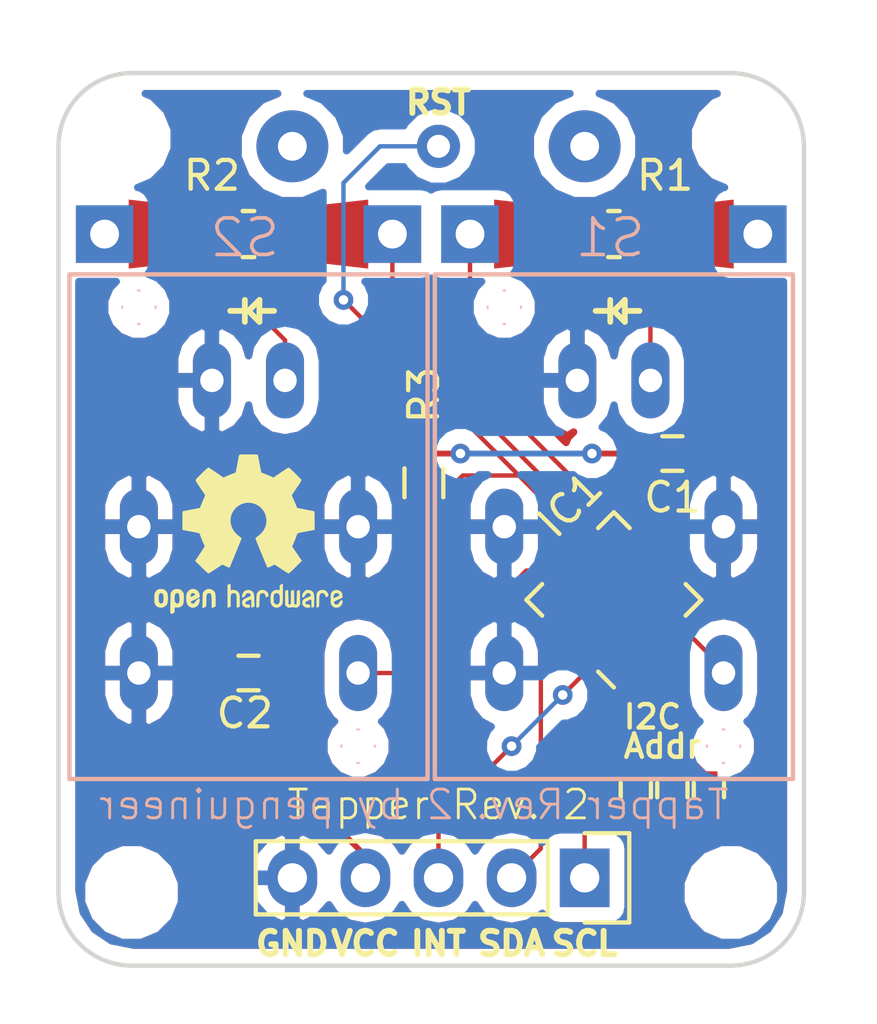
<source format=kicad_pcb>
(kicad_pcb (version 4) (host pcbnew 4.0.5+dfsg1-4~bpo8+1)

  (general
    (links 36)
    (no_connects 0)
    (area 166.802999 51.486999 192.861001 82.625001)
    (thickness 1.6)
    (drawings 30)
    (tracks 82)
    (zones 0)
    (modules 20)
    (nets 16)
  )

  (page A4)
  (layers
    (0 F.Cu mixed)
    (31 B.Cu mixed)
    (32 B.Adhes user hide)
    (33 F.Adhes user hide)
    (34 B.Paste user hide)
    (35 F.Paste user hide)
    (36 B.SilkS user)
    (37 F.SilkS user)
    (38 B.Mask user)
    (39 F.Mask user)
    (40 Dwgs.User user hide)
    (41 Cmts.User user)
    (42 Eco1.User user hide)
    (43 Eco2.User user hide)
    (44 Edge.Cuts user)
    (45 Margin user)
    (46 B.CrtYd user hide)
    (47 F.CrtYd user hide)
    (48 B.Fab user hide)
    (49 F.Fab user hide)
  )

  (setup
    (last_trace_width 0.1524)
    (trace_clearance 0.1524)
    (zone_clearance 0.508)
    (zone_45_only yes)
    (trace_min 0.1524)
    (segment_width 0.2)
    (edge_width 0.15)
    (via_size 0.6858)
    (via_drill 0.3302)
    (via_min_size 0.6858)
    (via_min_drill 0.3302)
    (uvia_size 0.3)
    (uvia_drill 0.1)
    (uvias_allowed no)
    (uvia_min_size 0)
    (uvia_min_drill 0)
    (pcb_text_width 0.3)
    (pcb_text_size 1.5 1.5)
    (mod_edge_width 0.15)
    (mod_text_size 1 1)
    (mod_text_width 0.15)
    (pad_size 2.2352 2.2352)
    (pad_drill 1.016)
    (pad_to_mask_clearance 0.2)
    (aux_axis_origin 141.986 109.982)
    (grid_origin 141.986 109.982)
    (visible_elements FFFEDE7F)
    (pcbplotparams
      (layerselection 0x010fc_80000001)
      (usegerberextensions false)
      (excludeedgelayer false)
      (linewidth 0.100000)
      (plotframeref false)
      (viasonmask false)
      (mode 1)
      (useauxorigin false)
      (hpglpennumber 1)
      (hpglpenspeed 20)
      (hpglpendiameter 15)
      (hpglpenoverlay 2)
      (psnegative false)
      (psa4output false)
      (plotreference true)
      (plotvalue false)
      (plotinvisibletext false)
      (padsonsilk false)
      (subtractmaskfromsilk false)
      (outputformat 1)
      (mirror false)
      (drillshape 0)
      (scaleselection 1)
      (outputdirectory gerber/))
  )

  (net 0 "")
  (net 1 VCC_IN)
  (net 2 GND)
  (net 3 INT)
  (net 4 RST)
  (net 5 "Net-(R1-Pad1)")
  (net 6 LED1)
  (net 7 "Net-(R2-Pad1)")
  (net 8 LED2)
  (net 9 SW1)
  (net 10 SW2)
  (net 11 SCL)
  (net 12 SDA)
  (net 13 "Net-(IC1-Pad2)")
  (net 14 "Net-(IC1-Pad3)")
  (net 15 "Net-(IC1-Pad4)")

  (net_class Default "This is the default net class."
    (clearance 0.1524)
    (trace_width 0.1524)
    (via_dia 0.6858)
    (via_drill 0.3302)
    (uvia_dia 0.3)
    (uvia_drill 0.1)
    (add_net "Net-(IC1-Pad2)")
    (add_net "Net-(IC1-Pad3)")
    (add_net "Net-(IC1-Pad4)")
  )

  (net_class DATA ""
    (clearance 0.1524)
    (trace_width 0.1524)
    (via_dia 0.6858)
    (via_drill 0.3302)
    (uvia_dia 0.3)
    (uvia_drill 0.1)
    (add_net INT)
    (add_net LED1)
    (add_net LED2)
    (add_net "Net-(R1-Pad1)")
    (add_net "Net-(R2-Pad1)")
    (add_net RST)
    (add_net SCL)
    (add_net SDA)
    (add_net SW1)
    (add_net SW2)
  )

  (net_class PWR ""
    (clearance 0.1524)
    (trace_width 0.2032)
    (via_dia 0.6858)
    (via_drill 0.3302)
    (uvia_dia 0.3)
    (uvia_drill 0.1)
    (add_net GND)
    (add_net VCC_IN)
  )

  (module Mounting_Holes:MountingHole_2.2mm_M2 (layer F.Cu) (tedit 58F218CD) (tstamp 58F2379A)
    (at 190.5 53.848)
    (descr "Mounting Hole 2.2mm, no annular, M2")
    (tags "mounting hole 2.2mm no annular m2")
    (fp_text reference REF** (at 0 -3.2) (layer F.SilkS) hide
      (effects (font (size 1 1) (thickness 0.15)))
    )
    (fp_text value MountingHole_2.2mm_M2 (at 0 3.2) (layer F.Fab) hide
      (effects (font (size 1 1) (thickness 0.15)))
    )
    (fp_circle (center 0 0) (end 2.2 0) (layer Cmts.User) (width 0.15))
    (fp_circle (center 0 0) (end 2.45 0) (layer F.CrtYd) (width 0.05))
    (pad 1 np_thru_hole circle (at 0 0) (size 2.2 2.2) (drill 2.2) (layers *.Cu *.Mask))
  )

  (module Mounting_Holes:MountingHole_2.2mm_M2 (layer F.Cu) (tedit 58F218CD) (tstamp 58F23793)
    (at 169.164 53.848)
    (descr "Mounting Hole 2.2mm, no annular, M2")
    (tags "mounting hole 2.2mm no annular m2")
    (fp_text reference REF** (at 0 -3.2) (layer F.SilkS) hide
      (effects (font (size 1 1) (thickness 0.15)))
    )
    (fp_text value MountingHole_2.2mm_M2 (at 0 3.2) (layer F.Fab) hide
      (effects (font (size 1 1) (thickness 0.15)))
    )
    (fp_circle (center 0 0) (end 2.2 0) (layer Cmts.User) (width 0.15))
    (fp_circle (center 0 0) (end 2.45 0) (layer F.CrtYd) (width 0.05))
    (pad 1 np_thru_hole circle (at 0 0) (size 2.2 2.2) (drill 2.2) (layers *.Cu *.Mask))
  )

  (module Mounting_Holes:MountingHole_2.2mm_M2 (layer F.Cu) (tedit 58F218CD) (tstamp 58F2378B)
    (at 169.418 80.01)
    (descr "Mounting Hole 2.2mm, no annular, M2")
    (tags "mounting hole 2.2mm no annular m2")
    (fp_text reference REF** (at 0 -3.2) (layer F.SilkS) hide
      (effects (font (size 1 1) (thickness 0.15)))
    )
    (fp_text value MountingHole_2.2mm_M2 (at 0 3.2) (layer F.Fab) hide
      (effects (font (size 1 1) (thickness 0.15)))
    )
    (fp_circle (center 0 0) (end 2.2 0) (layer Cmts.User) (width 0.15))
    (fp_circle (center 0 0) (end 2.45 0) (layer F.CrtYd) (width 0.05))
    (pad 1 np_thru_hole circle (at 0 0) (size 2.2 2.2) (drill 2.2) (layers *.Cu *.Mask))
  )

  (module n39-SWITCH_SRKL_LED (layer B.Cu) (tedit 58CDB319) (tstamp 58CDAAC2)
    (at 186.182 67.31 180)
    (descr SWITCH)
    (tags SWITCH)
    (path /58C8614F)
    (attr virtual)
    (fp_text reference S1 (at 0.127 10.033 180) (layer B.SilkS)
      (effects (font (size 1.27 1.27) (thickness 0.127)) (justify mirror))
    )
    (fp_text value n39-SWITCH_SRKL_LED (at -0.635 -2.794 180) (layer B.SilkS) hide
      (effects (font (size 1.27 1.27) (thickness 0.127)) (justify mirror))
    )
    (fp_line (start -6.223 -8.76046) (end 6.223 -8.76046) (layer B.SilkS) (width 0.1524))
    (fp_line (start 6.223 8.76046) (end -6.223 8.76046) (layer B.SilkS) (width 0.1524))
    (fp_line (start 6.223 -8.509) (end -6.223 -8.509) (layer Dwgs.User) (width 0.1524))
    (fp_line (start 6.223 8.76046) (end 6.223 -8.509) (layer Dwgs.User) (width 0.1524))
    (fp_line (start 6.223 8.76046) (end -6.223 8.76046) (layer Dwgs.User) (width 0.1524))
    (fp_line (start 6.223 8.76046) (end 6.223 -8.76046) (layer B.SilkS) (width 0.1524))
    (fp_line (start -6.223 -8.76046) (end -6.223 8.76046) (layer B.SilkS) (width 0.1524))
    (fp_line (start -6.223 8.76046) (end -6.223 -8.509) (layer Dwgs.User) (width 0.1524))
    (fp_line (start -5.08 -7.366) (end 5.08 -7.366) (layer Dwgs.User) (width 0.1524))
    (fp_line (start 5.08 0.508) (end 5.08 -7.366) (layer Dwgs.User) (width 0.1524))
    (fp_line (start 5.08 0.508) (end -5.08 0.508) (layer Dwgs.User) (width 0.1524))
    (fp_line (start -5.08 -7.366) (end -5.08 0.508) (layer Dwgs.User) (width 0.1524))
    (fp_line (start -5.842 1.778) (end 5.842 1.778) (layer Dwgs.User) (width 0.1524))
    (fp_line (start 5.842 8.382) (end 5.842 1.778) (layer Dwgs.User) (width 0.1524))
    (fp_line (start 5.842 8.382) (end -5.842 8.382) (layer Dwgs.User) (width 0.1524))
    (fp_line (start -5.842 1.778) (end -5.842 8.382) (layer Dwgs.User) (width 0.1524))
    (fp_line (start -5.842 1.778) (end -5.08 0.508) (layer Dwgs.User) (width 0.1524))
    (fp_line (start 5.842 1.778) (end 5.08 0.508) (layer Dwgs.User) (width 0.1524))
    (fp_line (start 5.08 -7.366) (end 6.223 -8.509) (layer Dwgs.User) (width 0.1524))
    (fp_line (start -5.08 -7.366) (end -6.223 -8.509) (layer Dwgs.User) (width 0.1524))
    (fp_circle (center 0 5.08) (end -0.5715 5.6515) (layer Dwgs.User) (width 0.0762))
    (fp_circle (center 0 5.08) (end -0.762 5.842) (layer Dwgs.User) (width 0.0762))
    (fp_circle (center 3.81 7.62) (end 4.0894 7.8994) (layer B.SilkS) (width 0.127))
    (fp_line (start 3.2512 7.62) (end 4.36626 7.62) (layer B.SilkS) (width 0.127))
    (fp_line (start 3.81 7.0612) (end 3.81 8.1788) (layer B.SilkS) (width 0.127))
    (fp_circle (center -3.81 -7.62) (end -4.0894 -7.8994) (layer B.SilkS) (width 0.127))
    (fp_line (start -4.36626 -7.62) (end -3.2512 -7.62) (layer B.SilkS) (width 0.127))
    (fp_line (start -3.81 -8.1788) (end -3.81 -7.0612) (layer B.SilkS) (width 0.127))
    (pad + thru_hole oval (at -1.27 5.08) (size 1.3208 2.6416) (drill 0.8128) (layers *.Cu *.Paste *.Mask)
      (net 5 "Net-(R1-Pad1)"))
    (pad - thru_hole oval (at 1.27 5.08) (size 1.3208 2.6416) (drill 0.8128) (layers *.Cu *.Paste *.Mask)
      (net 2 GND))
    (pad 1 thru_hole oval (at -3.81 -5.08) (size 1.3208 2.6416) (drill 0.8128) (layers *.Cu *.Paste *.Mask)
      (net 9 SW1))
    (pad 2 thru_hole oval (at -3.81 0) (size 1.3208 2.6416) (drill 0.8128) (layers *.Cu *.Paste *.Mask)
      (net 2 GND))
    (pad 3 thru_hole oval (at 3.81 0) (size 1.3208 2.6416) (drill 0.8128) (layers *.Cu *.Paste *.Mask)
      (net 2 GND))
    (pad 4 thru_hole oval (at 3.81 -5.08) (size 1.3208 2.6416) (drill 0.8128) (layers *.Cu *.Paste *.Mask)
      (net 2 GND))
    (pad "" np_thru_hole circle (at 3.81 7.62 180) (size 1.1 1.1) (drill 1.1) (layers *.Cu)
      (zone_connect 0))
    (pad "" np_thru_hole circle (at -3.81 -7.62 180) (size 1.1 1.1) (drill 1.1) (layers *.Cu)
      (zone_connect 0))
  )

  (module n39-SWITCH_SRKL_LED (layer B.Cu) (tedit 58CDB317) (tstamp 58CDAAE9)
    (at 173.482 67.31 180)
    (descr SWITCH)
    (tags SWITCH)
    (path /58C871C7)
    (attr virtual)
    (fp_text reference S2 (at 0.127 10.033 180) (layer B.SilkS)
      (effects (font (size 1.27 1.27) (thickness 0.127)) (justify mirror))
    )
    (fp_text value n39-SWITCH_SRKL_LED (at -0.635 -2.794 180) (layer B.SilkS) hide
      (effects (font (size 1.27 1.27) (thickness 0.127)) (justify mirror))
    )
    (fp_line (start -6.223 -8.76046) (end 6.223 -8.76046) (layer B.SilkS) (width 0.1524))
    (fp_line (start 6.223 8.76046) (end -6.223 8.76046) (layer B.SilkS) (width 0.1524))
    (fp_line (start 6.223 -8.509) (end -6.223 -8.509) (layer Dwgs.User) (width 0.1524))
    (fp_line (start 6.223 8.76046) (end 6.223 -8.509) (layer Dwgs.User) (width 0.1524))
    (fp_line (start 6.223 8.76046) (end -6.223 8.76046) (layer Dwgs.User) (width 0.1524))
    (fp_line (start 6.223 8.76046) (end 6.223 -8.76046) (layer B.SilkS) (width 0.1524))
    (fp_line (start -6.223 -8.76046) (end -6.223 8.76046) (layer B.SilkS) (width 0.1524))
    (fp_line (start -6.223 8.76046) (end -6.223 -8.509) (layer Dwgs.User) (width 0.1524))
    (fp_line (start -5.08 -7.366) (end 5.08 -7.366) (layer Dwgs.User) (width 0.1524))
    (fp_line (start 5.08 0.508) (end 5.08 -7.366) (layer Dwgs.User) (width 0.1524))
    (fp_line (start 5.08 0.508) (end -5.08 0.508) (layer Dwgs.User) (width 0.1524))
    (fp_line (start -5.08 -7.366) (end -5.08 0.508) (layer Dwgs.User) (width 0.1524))
    (fp_line (start -5.842 1.778) (end 5.842 1.778) (layer Dwgs.User) (width 0.1524))
    (fp_line (start 5.842 8.382) (end 5.842 1.778) (layer Dwgs.User) (width 0.1524))
    (fp_line (start 5.842 8.382) (end -5.842 8.382) (layer Dwgs.User) (width 0.1524))
    (fp_line (start -5.842 1.778) (end -5.842 8.382) (layer Dwgs.User) (width 0.1524))
    (fp_line (start -5.842 1.778) (end -5.08 0.508) (layer Dwgs.User) (width 0.1524))
    (fp_line (start 5.842 1.778) (end 5.08 0.508) (layer Dwgs.User) (width 0.1524))
    (fp_line (start 5.08 -7.366) (end 6.223 -8.509) (layer Dwgs.User) (width 0.1524))
    (fp_line (start -5.08 -7.366) (end -6.223 -8.509) (layer Dwgs.User) (width 0.1524))
    (fp_circle (center 0 5.08) (end -0.5715 5.6515) (layer Dwgs.User) (width 0.0762))
    (fp_circle (center 0 5.08) (end -0.762 5.842) (layer Dwgs.User) (width 0.0762))
    (fp_circle (center 3.81 7.62) (end 4.0894 7.8994) (layer B.SilkS) (width 0.127))
    (fp_line (start 3.2512 7.62) (end 4.36626 7.62) (layer B.SilkS) (width 0.127))
    (fp_line (start 3.81 7.0612) (end 3.81 8.1788) (layer B.SilkS) (width 0.127))
    (fp_circle (center -3.81 -7.62) (end -4.0894 -7.8994) (layer B.SilkS) (width 0.127))
    (fp_line (start -4.36626 -7.62) (end -3.2512 -7.62) (layer B.SilkS) (width 0.127))
    (fp_line (start -3.81 -8.1788) (end -3.81 -7.0612) (layer B.SilkS) (width 0.127))
    (pad + thru_hole oval (at -1.27 5.08) (size 1.3208 2.6416) (drill 0.8128) (layers *.Cu *.Paste *.Mask)
      (net 7 "Net-(R2-Pad1)"))
    (pad - thru_hole oval (at 1.27 5.08) (size 1.3208 2.6416) (drill 0.8128) (layers *.Cu *.Paste *.Mask)
      (net 2 GND))
    (pad 1 thru_hole oval (at -3.81 -5.08) (size 1.3208 2.6416) (drill 0.8128) (layers *.Cu *.Paste *.Mask)
      (net 10 SW2))
    (pad 2 thru_hole oval (at -3.81 0) (size 1.3208 2.6416) (drill 0.8128) (layers *.Cu *.Paste *.Mask)
      (net 2 GND))
    (pad 3 thru_hole oval (at 3.81 0) (size 1.3208 2.6416) (drill 0.8128) (layers *.Cu *.Paste *.Mask)
      (net 2 GND))
    (pad 4 thru_hole oval (at 3.81 -5.08) (size 1.3208 2.6416) (drill 0.8128) (layers *.Cu *.Paste *.Mask)
      (net 2 GND))
    (pad "" np_thru_hole circle (at 3.81 7.62 180) (size 1.1 1.1) (drill 1.1) (layers *.Cu)
      (zone_connect 0))
    (pad "" np_thru_hole circle (at -3.81 -7.62 180) (size 1.1 1.1) (drill 1.1) (layers *.Cu)
      (zone_connect 0))
  )

  (module Housings_DFN_QFN:QFN-20-1EP_4x4mm_Pitch0.5mm (layer F.Cu) (tedit 58F21D85) (tstamp 58CB617C)
    (at 186.182 69.85 135)
    (descr "20-Lead Plastic Quad Flat, No Lead Package (ML) - 4x4x0.9 mm Body [QFN]; (see Microchip Packaging Specification 00000049BS.pdf)")
    (tags "QFN 0.5")
    (path /58CAEEFC)
    (attr smd)
    (fp_text reference IC1 (at 3.412497 1.257236 225) (layer F.SilkS)
      (effects (font (size 1 1) (thickness 0.15)))
    )
    (fp_text value ATTINY84-M (at 0 3.33 135) (layer F.Fab)
      (effects (font (size 1 1) (thickness 0.15)))
    )
    (fp_line (start -1 -2) (end 2 -2) (layer F.Fab) (width 0.15))
    (fp_line (start 2 -2) (end 2 2) (layer F.Fab) (width 0.15))
    (fp_line (start 2 2) (end -2 2) (layer F.Fab) (width 0.15))
    (fp_line (start -2 2) (end -2 -1) (layer F.Fab) (width 0.15))
    (fp_line (start -2 -1) (end -1 -2) (layer F.Fab) (width 0.15))
    (fp_line (start -2.6 -2.6) (end -2.6 2.6) (layer F.CrtYd) (width 0.05))
    (fp_line (start 2.6 -2.6) (end 2.6 2.6) (layer F.CrtYd) (width 0.05))
    (fp_line (start -2.6 -2.6) (end 2.6 -2.6) (layer F.CrtYd) (width 0.05))
    (fp_line (start -2.6 2.6) (end 2.6 2.6) (layer F.CrtYd) (width 0.05))
    (fp_line (start 2.15 -2.15) (end 2.15 -1.375) (layer F.SilkS) (width 0.15))
    (fp_line (start -2.15 2.15) (end -2.15 1.375) (layer F.SilkS) (width 0.15))
    (fp_line (start 2.15 2.15) (end 2.15 1.375) (layer F.SilkS) (width 0.15))
    (fp_line (start -2.15 -2.15) (end -1.375 -2.15) (layer F.SilkS) (width 0.15))
    (fp_line (start -2.15 2.15) (end -1.375 2.15) (layer F.SilkS) (width 0.15))
    (fp_line (start 2.15 2.15) (end 1.375 2.15) (layer F.SilkS) (width 0.15))
    (fp_line (start 2.15 -2.15) (end 1.375 -2.15) (layer F.SilkS) (width 0.15))
    (pad 1 smd rect (at -1.965 -1 135) (size 0.73 0.3) (layers F.Cu F.Paste F.Mask)
      (net 11 SCL))
    (pad 2 smd rect (at -1.965 -0.5 135) (size 0.73 0.3) (layers F.Cu F.Paste F.Mask)
      (net 13 "Net-(IC1-Pad2)"))
    (pad 3 smd rect (at -1.965 0 135) (size 0.73 0.3) (layers F.Cu F.Paste F.Mask)
      (net 14 "Net-(IC1-Pad3)"))
    (pad 4 smd rect (at -1.965 0.5 135) (size 0.73 0.3) (layers F.Cu F.Paste F.Mask)
      (net 15 "Net-(IC1-Pad4)"))
    (pad 5 smd rect (at -1.965 1 135) (size 0.73 0.3) (layers F.Cu F.Paste F.Mask)
      (net 9 SW1))
    (pad 6 smd rect (at -1 1.965 225) (size 0.73 0.3) (layers F.Cu F.Paste F.Mask))
    (pad 7 smd rect (at -0.5 1.965 225) (size 0.73 0.3) (layers F.Cu F.Paste F.Mask))
    (pad 8 smd rect (at 0 1.965 225) (size 0.73 0.3) (layers F.Cu F.Paste F.Mask)
      (net 2 GND))
    (pad 9 smd rect (at 0.5 1.965 225) (size 0.73 0.3) (layers F.Cu F.Paste F.Mask)
      (net 1 VCC_IN))
    (pad 10 smd rect (at 1 1.965 225) (size 0.73 0.3) (layers F.Cu F.Paste F.Mask))
    (pad 11 smd rect (at 1.965 1 135) (size 0.73 0.3) (layers F.Cu F.Paste F.Mask)
      (net 6 LED1))
    (pad 12 smd rect (at 1.965 0.5 135) (size 0.73 0.3) (layers F.Cu F.Paste F.Mask)
      (net 8 LED2))
    (pad 13 smd rect (at 1.965 0 135) (size 0.73 0.3) (layers F.Cu F.Paste F.Mask)
      (net 4 RST))
    (pad 14 smd rect (at 1.965 -0.5 135) (size 0.73 0.3) (layers F.Cu F.Paste F.Mask))
    (pad 15 smd rect (at 1.965 -1 135) (size 0.73 0.3) (layers F.Cu F.Paste F.Mask)
      (net 10 SW2))
    (pad 16 smd rect (at 1 -1.965 225) (size 0.73 0.3) (layers F.Cu F.Paste F.Mask)
      (net 12 SDA))
    (pad 17 smd rect (at 0.5 -1.965 225) (size 0.73 0.3) (layers F.Cu F.Paste F.Mask))
    (pad 18 smd rect (at 0 -1.965 225) (size 0.73 0.3) (layers F.Cu F.Paste F.Mask))
    (pad 19 smd rect (at -0.5 -1.965 225) (size 0.73 0.3) (layers F.Cu F.Paste F.Mask))
    (pad 20 smd rect (at -1 -1.965 225) (size 0.73 0.3) (layers F.Cu F.Paste F.Mask)
      (net 3 INT))
    (pad 21 smd rect (at 0.625 0.625 135) (size 1.25 1.25) (layers F.Cu F.Paste F.Mask)
      (solder_paste_margin_ratio -0.2))
    (pad 21 smd rect (at 0.625 -0.625 135) (size 1.25 1.25) (layers F.Cu F.Paste F.Mask)
      (solder_paste_margin_ratio -0.2))
    (pad 21 smd rect (at -0.625 0.625 135) (size 1.25 1.25) (layers F.Cu F.Paste F.Mask)
      (solder_paste_margin_ratio -0.2))
    (pad 21 smd rect (at -0.625 -0.625 135) (size 1.25 1.25) (layers F.Cu F.Paste F.Mask)
      (solder_paste_margin_ratio -0.2))
    (model Housings_DFN_QFN.3dshapes/QFN-20-1EP_4x4mm_Pitch0.5mm.wrl
      (at (xyz 0 0 0))
      (scale (xyz 1 1 1))
      (rotate (xyz 0 0 0))
    )
  )

  (module Resistors_Universal:Resistor_SMD+THTuniversal_0805to1206_RM10_HandSoldering (layer F.Cu) (tedit 58F20F64) (tstamp 58C97D5E)
    (at 173.482 57.15)
    (descr "Resistor, SMD and THT, universal, 0805 to 1206,RM10,  Hand soldering,")
    (tags "Resistor, SMD and THT, universal, 0805 to 1206, RM10, Hand soldering,")
    (path /58C871D5)
    (fp_text reference R2 (at -1.27 -2.032) (layer F.SilkS)
      (effects (font (size 1 1) (thickness 0.15)))
    )
    (fp_text value R (at -0.39878 4.20116) (layer F.Fab) hide
      (effects (font (size 1 1) (thickness 0.15)))
    )
    (fp_line (start 0 0.8001) (end 0.20066 0.8001) (layer F.SilkS) (width 0.15))
    (fp_line (start 0 0.8001) (end -0.20066 0.8001) (layer F.SilkS) (width 0.15))
    (fp_line (start -0.09906 -0.8001) (end -0.20066 -0.8001) (layer F.SilkS) (width 0.15))
    (fp_line (start -0.20066 -0.8001) (end 0.20066 -0.8001) (layer F.SilkS) (width 0.15))
    (pad 1 smd trapezoid (at -2.413 0) (size 3.50012 1.99898) (rect_delta 0.39878 0 ) (layers F.Cu F.Paste F.Mask)
      (net 7 "Net-(R2-Pad1)"))
    (pad 2 smd trapezoid (at 2.413 0 180) (size 3.50012 1.99898) (rect_delta 0.39878 0 ) (layers F.Cu F.Paste F.Mask)
      (net 8 LED2))
    (pad 1 thru_hole rect (at -5.00126 0 180) (size 1.99898 1.99898) (drill 1.00076) (layers *.Cu *.Mask)
      (net 7 "Net-(R2-Pad1)"))
    (pad 2 thru_hole rect (at 5.00126 0 180) (size 1.99898 1.99898) (drill 1.00076) (layers *.Cu *.Mask)
      (net 8 LED2))
  )

  (module Resistors_Universal:Resistor_SMD+THTuniversal_0805to1206_RM10_HandSoldering (layer F.Cu) (tedit 58F20F71) (tstamp 58C97D52)
    (at 186.182 57.15 180)
    (descr "Resistor, SMD and THT, universal, 0805 to 1206,RM10,  Hand soldering,")
    (tags "Resistor, SMD and THT, universal, 0805 to 1206, RM10, Hand soldering,")
    (path /58C8622C)
    (fp_text reference R1 (at -1.778 2.032 180) (layer F.SilkS)
      (effects (font (size 1 1) (thickness 0.15)))
    )
    (fp_text value R (at -0.39878 4.20116 180) (layer F.Fab) hide
      (effects (font (size 1 1) (thickness 0.15)))
    )
    (fp_line (start 0 0.8001) (end 0.20066 0.8001) (layer F.SilkS) (width 0.15))
    (fp_line (start 0 0.8001) (end -0.20066 0.8001) (layer F.SilkS) (width 0.15))
    (fp_line (start -0.09906 -0.8001) (end -0.20066 -0.8001) (layer F.SilkS) (width 0.15))
    (fp_line (start -0.20066 -0.8001) (end 0.20066 -0.8001) (layer F.SilkS) (width 0.15))
    (pad 1 smd trapezoid (at -2.413 0 180) (size 3.50012 1.99898) (rect_delta 0.39878 0 ) (layers F.Cu F.Paste F.Mask)
      (net 5 "Net-(R1-Pad1)"))
    (pad 2 smd trapezoid (at 2.413 0) (size 3.50012 1.99898) (rect_delta 0.39878 0 ) (layers F.Cu F.Paste F.Mask)
      (net 6 LED1))
    (pad 1 thru_hole rect (at -5.00126 0) (size 1.99898 1.99898) (drill 1.00076) (layers *.Cu *.Mask)
      (net 5 "Net-(R1-Pad1)"))
    (pad 2 thru_hole rect (at 5.00126 0) (size 1.99898 1.99898) (drill 1.00076) (layers *.Cu *.Mask)
      (net 6 LED1))
  )

  (module Capacitors_SMD:C_0603_HandSoldering (layer F.Cu) (tedit 58F2255A) (tstamp 58C97D02)
    (at 188.214 64.77)
    (descr "Capacitor SMD 0603, hand soldering")
    (tags "capacitor 0603")
    (path /58C880EA)
    (attr smd)
    (fp_text reference C1 (at 0 1.524) (layer F.SilkS)
      (effects (font (size 1 1) (thickness 0.15)))
    )
    (fp_text value 100n (at 0 1.9) (layer F.Fab)
      (effects (font (size 1 1) (thickness 0.15)))
    )
    (fp_line (start -0.8 0.4) (end -0.8 -0.4) (layer F.Fab) (width 0.15))
    (fp_line (start 0.8 0.4) (end -0.8 0.4) (layer F.Fab) (width 0.15))
    (fp_line (start 0.8 -0.4) (end 0.8 0.4) (layer F.Fab) (width 0.15))
    (fp_line (start -0.8 -0.4) (end 0.8 -0.4) (layer F.Fab) (width 0.15))
    (fp_line (start -1.85 -0.75) (end 1.85 -0.75) (layer F.CrtYd) (width 0.05))
    (fp_line (start -1.85 0.75) (end 1.85 0.75) (layer F.CrtYd) (width 0.05))
    (fp_line (start -1.85 -0.75) (end -1.85 0.75) (layer F.CrtYd) (width 0.05))
    (fp_line (start 1.85 -0.75) (end 1.85 0.75) (layer F.CrtYd) (width 0.05))
    (fp_line (start -0.35 -0.6) (end 0.35 -0.6) (layer F.SilkS) (width 0.15))
    (fp_line (start 0.35 0.6) (end -0.35 0.6) (layer F.SilkS) (width 0.15))
    (pad 1 smd rect (at -0.95 0) (size 1.2 0.75) (layers F.Cu F.Paste F.Mask)
      (net 1 VCC_IN))
    (pad 2 smd rect (at 0.95 0) (size 1.2 0.75) (layers F.Cu F.Paste F.Mask)
      (net 2 GND))
    (model Capacitors_SMD.3dshapes/C_0603_HandSoldering.wrl
      (at (xyz 0 0 0))
      (scale (xyz 1 1 1))
      (rotate (xyz 0 0 0))
    )
  )

  (module Measurement_Points:Measurement_Point_Round-TH_Small (layer F.Cu) (tedit 58CDACE0) (tstamp 58CE3EA9)
    (at 180.086 54.102)
    (descr "Mesurement Point, Square, Trough Hole,  DM 1.5mm, Drill 0.8mm,")
    (tags "Mesurement Point Round Trough Hole 1.5mm Drill 0.8mm")
    (path /58CDE2CB)
    (attr virtual)
    (fp_text reference T1 (at -1.905 -1.27) (layer F.SilkS) hide
      (effects (font (size 1 1) (thickness 0.15)))
    )
    (fp_text value CONN_01X01 (at 0 2) (layer F.Fab) hide
      (effects (font (size 1 1) (thickness 0.15)))
    )
    (fp_circle (center 0 0) (end 1 0) (layer F.CrtYd) (width 0.05))
    (pad 1 thru_hole circle (at 0 0) (size 1.5 1.5) (drill 0.8) (layers *.Cu *.Mask)
      (net 4 RST))
  )

  (module Capacitors_SMD:C_0603_HandSoldering (layer F.Cu) (tedit 58F250A1) (tstamp 58F0BBAC)
    (at 173.482 72.39 180)
    (descr "Capacitor SMD 0603, hand soldering")
    (tags "capacitor 0603")
    (path /58C950C2)
    (attr smd)
    (fp_text reference C2 (at 0.127 -1.397 180) (layer F.SilkS)
      (effects (font (size 1 1) (thickness 0.15)))
    )
    (fp_text value 3u3 (at 0 1.9 180) (layer F.Fab) hide
      (effects (font (size 1 1) (thickness 0.15)))
    )
    (fp_line (start -0.8 0.4) (end -0.8 -0.4) (layer F.Fab) (width 0.15))
    (fp_line (start 0.8 0.4) (end -0.8 0.4) (layer F.Fab) (width 0.15))
    (fp_line (start 0.8 -0.4) (end 0.8 0.4) (layer F.Fab) (width 0.15))
    (fp_line (start -0.8 -0.4) (end 0.8 -0.4) (layer F.Fab) (width 0.15))
    (fp_line (start -1.85 -0.75) (end 1.85 -0.75) (layer F.CrtYd) (width 0.05))
    (fp_line (start -1.85 0.75) (end 1.85 0.75) (layer F.CrtYd) (width 0.05))
    (fp_line (start -1.85 -0.75) (end -1.85 0.75) (layer F.CrtYd) (width 0.05))
    (fp_line (start 1.85 -0.75) (end 1.85 0.75) (layer F.CrtYd) (width 0.05))
    (fp_line (start -0.35 -0.6) (end 0.35 -0.6) (layer F.SilkS) (width 0.15))
    (fp_line (start 0.35 0.6) (end -0.35 0.6) (layer F.SilkS) (width 0.15))
    (pad 1 smd rect (at -0.95 0 180) (size 1.2 0.75) (layers F.Cu F.Paste F.Mask)
      (net 1 VCC_IN))
    (pad 2 smd rect (at 0.95 0 180) (size 1.2 0.75) (layers F.Cu F.Paste F.Mask)
      (net 2 GND))
    (model Capacitors_SMD.3dshapes/C_0603_HandSoldering.wrl
      (at (xyz 0 0 0))
      (scale (xyz 1 1 1))
      (rotate (xyz 0 0 0))
    )
  )

  (module Pin_Headers:Pin_Header_Straight_1x05 (layer F.Cu) (tedit 58F224B6) (tstamp 58F3131E)
    (at 185.166 79.502 270)
    (descr "Through hole pin header")
    (tags "pin header")
    (path /58C8EB95)
    (fp_text reference P1 (at -1.016 12.954 360) (layer F.SilkS) hide
      (effects (font (size 1 1) (thickness 0.15)))
    )
    (fp_text value CONN_01X05 (at 0 -3.1 270) (layer F.Fab) hide
      (effects (font (size 1 1) (thickness 0.15)))
    )
    (fp_line (start -1.55 0) (end -1.55 -1.55) (layer F.SilkS) (width 0.15))
    (fp_line (start -1.55 -1.55) (end 1.55 -1.55) (layer F.SilkS) (width 0.15))
    (fp_line (start 1.55 -1.55) (end 1.55 0) (layer F.SilkS) (width 0.15))
    (fp_line (start -1.75 -1.75) (end -1.75 11.95) (layer F.CrtYd) (width 0.05))
    (fp_line (start 1.75 -1.75) (end 1.75 11.95) (layer F.CrtYd) (width 0.05))
    (fp_line (start -1.75 -1.75) (end 1.75 -1.75) (layer F.CrtYd) (width 0.05))
    (fp_line (start -1.75 11.95) (end 1.75 11.95) (layer F.CrtYd) (width 0.05))
    (fp_line (start 1.27 1.27) (end 1.27 11.43) (layer F.SilkS) (width 0.15))
    (fp_line (start 1.27 11.43) (end -1.27 11.43) (layer F.SilkS) (width 0.15))
    (fp_line (start -1.27 11.43) (end -1.27 1.27) (layer F.SilkS) (width 0.15))
    (fp_line (start 1.27 1.27) (end -1.27 1.27) (layer F.SilkS) (width 0.15))
    (pad 1 thru_hole rect (at 0 0 270) (size 2.032 1.7272) (drill 1.016) (layers *.Cu *.Mask)
      (net 11 SCL))
    (pad 2 thru_hole oval (at 0 2.54 270) (size 2.032 1.7272) (drill 1.016) (layers *.Cu *.Mask)
      (net 12 SDA))
    (pad 3 thru_hole oval (at 0 5.08 270) (size 2.032 1.7272) (drill 1.016) (layers *.Cu *.Mask)
      (net 3 INT))
    (pad 4 thru_hole oval (at 0 7.62 270) (size 2.032 1.7272) (drill 1.016) (layers *.Cu *.Mask)
      (net 1 VCC_IN))
    (pad 5 thru_hole oval (at 0 10.16 270) (size 2.032 1.7272) (drill 1.016) (layers *.Cu *.Mask)
      (net 2 GND))
    (model Pin_Headers.3dshapes/Pin_Header_Straight_1x05.wrl
      (at (xyz 0 -0.2 0))
      (scale (xyz 1 1 1))
      (rotate (xyz 0 0 90))
    )
  )

  (module Resistors_SMD:R_0603_HandSoldering (layer F.Cu) (tedit 58F21D99) (tstamp 58F2338F)
    (at 179.578 65.786 270)
    (descr "Resistor SMD 0603, hand soldering")
    (tags "resistor 0603")
    (path /58C89309)
    (attr smd)
    (fp_text reference R3 (at -3.048 0 270) (layer F.SilkS)
      (effects (font (size 1 1) (thickness 0.15)))
    )
    (fp_text value 10K (at 0 1.9 270) (layer F.Fab)
      (effects (font (size 1 1) (thickness 0.15)))
    )
    (fp_line (start -0.8 0.4) (end -0.8 -0.4) (layer F.Fab) (width 0.1))
    (fp_line (start 0.8 0.4) (end -0.8 0.4) (layer F.Fab) (width 0.1))
    (fp_line (start 0.8 -0.4) (end 0.8 0.4) (layer F.Fab) (width 0.1))
    (fp_line (start -0.8 -0.4) (end 0.8 -0.4) (layer F.Fab) (width 0.1))
    (fp_line (start -2 -0.8) (end 2 -0.8) (layer F.CrtYd) (width 0.05))
    (fp_line (start -2 0.8) (end 2 0.8) (layer F.CrtYd) (width 0.05))
    (fp_line (start -2 -0.8) (end -2 0.8) (layer F.CrtYd) (width 0.05))
    (fp_line (start 2 -0.8) (end 2 0.8) (layer F.CrtYd) (width 0.05))
    (fp_line (start 0.5 0.675) (end -0.5 0.675) (layer F.SilkS) (width 0.15))
    (fp_line (start -0.5 -0.675) (end 0.5 -0.675) (layer F.SilkS) (width 0.15))
    (pad 1 smd rect (at -1.1 0 270) (size 1.2 0.9) (layers F.Cu F.Paste F.Mask)
      (net 1 VCC_IN))
    (pad 2 smd rect (at 1.1 0 270) (size 1.2 0.9) (layers F.Cu F.Paste F.Mask)
      (net 4 RST))
    (model Resistors_SMD.3dshapes/R_0603_HandSoldering.wrl
      (at (xyz 0 0 0))
      (scale (xyz 1 1 1))
      (rotate (xyz 0 0 0))
    )
  )

  (module Resistors_SMD:R_0402 (layer F.Cu) (tedit 58F21993) (tstamp 58F2339F)
    (at 186.944 76.454 90)
    (descr "Resistor SMD 0402, reflow soldering, Vishay (see dcrcw.pdf)")
    (tags "resistor 0402")
    (path /58F21B68)
    (attr smd)
    (fp_text reference R4 (at -2.032 1.778 90) (layer F.SilkS) hide
      (effects (font (size 1 1) (thickness 0.15)))
    )
    (fp_text value 0 (at 0 1.8 90) (layer F.Fab) hide
      (effects (font (size 1 1) (thickness 0.15)))
    )
    (fp_line (start -0.5 0.25) (end -0.5 -0.25) (layer F.Fab) (width 0.1))
    (fp_line (start 0.5 0.25) (end -0.5 0.25) (layer F.Fab) (width 0.1))
    (fp_line (start 0.5 -0.25) (end 0.5 0.25) (layer F.Fab) (width 0.1))
    (fp_line (start -0.5 -0.25) (end 0.5 -0.25) (layer F.Fab) (width 0.1))
    (fp_line (start -0.95 -0.65) (end 0.95 -0.65) (layer F.CrtYd) (width 0.05))
    (fp_line (start -0.95 0.65) (end 0.95 0.65) (layer F.CrtYd) (width 0.05))
    (fp_line (start -0.95 -0.65) (end -0.95 0.65) (layer F.CrtYd) (width 0.05))
    (fp_line (start 0.95 -0.65) (end 0.95 0.65) (layer F.CrtYd) (width 0.05))
    (fp_line (start 0.25 -0.525) (end -0.25 -0.525) (layer F.SilkS) (width 0.15))
    (fp_line (start -0.25 0.525) (end 0.25 0.525) (layer F.SilkS) (width 0.15))
    (pad 1 smd rect (at -0.45 0 90) (size 0.4 0.6) (layers F.Cu F.Paste F.Mask)
      (net 2 GND))
    (pad 2 smd rect (at 0.45 0 90) (size 0.4 0.6) (layers F.Cu F.Paste F.Mask)
      (net 13 "Net-(IC1-Pad2)"))
    (model Resistors_SMD.3dshapes/R_0402.wrl
      (at (xyz 0 0 0))
      (scale (xyz 1 1 1))
      (rotate (xyz 0 0 0))
    )
  )

  (module Resistors_SMD:R_0402 (layer F.Cu) (tedit 58F219A8) (tstamp 58F233AF)
    (at 189.484 76.454 90)
    (descr "Resistor SMD 0402, reflow soldering, Vishay (see dcrcw.pdf)")
    (tags "resistor 0402")
    (path /58F21A9A)
    (attr smd)
    (fp_text reference R6 (at -2.032 1.778 90) (layer F.SilkS) hide
      (effects (font (size 1 1) (thickness 0.15)))
    )
    (fp_text value 0 (at 0 1.8 90) (layer F.Fab) hide
      (effects (font (size 1 1) (thickness 0.15)))
    )
    (fp_line (start -0.5 0.25) (end -0.5 -0.25) (layer F.Fab) (width 0.1))
    (fp_line (start 0.5 0.25) (end -0.5 0.25) (layer F.Fab) (width 0.1))
    (fp_line (start 0.5 -0.25) (end 0.5 0.25) (layer F.Fab) (width 0.1))
    (fp_line (start -0.5 -0.25) (end 0.5 -0.25) (layer F.Fab) (width 0.1))
    (fp_line (start -0.95 -0.65) (end 0.95 -0.65) (layer F.CrtYd) (width 0.05))
    (fp_line (start -0.95 0.65) (end 0.95 0.65) (layer F.CrtYd) (width 0.05))
    (fp_line (start -0.95 -0.65) (end -0.95 0.65) (layer F.CrtYd) (width 0.05))
    (fp_line (start 0.95 -0.65) (end 0.95 0.65) (layer F.CrtYd) (width 0.05))
    (fp_line (start 0.25 -0.525) (end -0.25 -0.525) (layer F.SilkS) (width 0.15))
    (fp_line (start -0.25 0.525) (end 0.25 0.525) (layer F.SilkS) (width 0.15))
    (pad 1 smd rect (at -0.45 0 90) (size 0.4 0.6) (layers F.Cu F.Paste F.Mask)
      (net 2 GND))
    (pad 2 smd rect (at 0.45 0 90) (size 0.4 0.6) (layers F.Cu F.Paste F.Mask)
      (net 15 "Net-(IC1-Pad4)"))
    (model Resistors_SMD.3dshapes/R_0402.wrl
      (at (xyz 0 0 0))
      (scale (xyz 1 1 1))
      (rotate (xyz 0 0 0))
    )
  )

  (module Resistors_SMD:R_0402 (layer F.Cu) (tedit 58F2199E) (tstamp 58F23437)
    (at 188.214 76.454 90)
    (descr "Resistor SMD 0402, reflow soldering, Vishay (see dcrcw.pdf)")
    (tags "resistor 0402")
    (path /58F21B1B)
    (attr smd)
    (fp_text reference R5 (at -2.032 1.778 90) (layer F.SilkS) hide
      (effects (font (size 1 1) (thickness 0.15)))
    )
    (fp_text value 0 (at 0 1.8 90) (layer F.Fab) hide
      (effects (font (size 1 1) (thickness 0.15)))
    )
    (fp_line (start -0.5 0.25) (end -0.5 -0.25) (layer F.Fab) (width 0.1))
    (fp_line (start 0.5 0.25) (end -0.5 0.25) (layer F.Fab) (width 0.1))
    (fp_line (start 0.5 -0.25) (end 0.5 0.25) (layer F.Fab) (width 0.1))
    (fp_line (start -0.5 -0.25) (end 0.5 -0.25) (layer F.Fab) (width 0.1))
    (fp_line (start -0.95 -0.65) (end 0.95 -0.65) (layer F.CrtYd) (width 0.05))
    (fp_line (start -0.95 0.65) (end 0.95 0.65) (layer F.CrtYd) (width 0.05))
    (fp_line (start -0.95 -0.65) (end -0.95 0.65) (layer F.CrtYd) (width 0.05))
    (fp_line (start 0.95 -0.65) (end 0.95 0.65) (layer F.CrtYd) (width 0.05))
    (fp_line (start 0.25 -0.525) (end -0.25 -0.525) (layer F.SilkS) (width 0.15))
    (fp_line (start -0.25 0.525) (end 0.25 0.525) (layer F.SilkS) (width 0.15))
    (pad 1 smd rect (at -0.45 0 90) (size 0.4 0.6) (layers F.Cu F.Paste F.Mask)
      (net 2 GND))
    (pad 2 smd rect (at 0.45 0 90) (size 0.4 0.6) (layers F.Cu F.Paste F.Mask)
      (net 14 "Net-(IC1-Pad3)"))
    (model Resistors_SMD.3dshapes/R_0402.wrl
      (at (xyz 0 0 0))
      (scale (xyz 1 1 1))
      (rotate (xyz 0 0 0))
    )
  )

  (module Mounting_Holes:MountingHole_2.2mm_M2 (layer F.Cu) (tedit 58F218CD) (tstamp 58F23580)
    (at 190.246 80.01)
    (descr "Mounting Hole 2.2mm, no annular, M2")
    (tags "mounting hole 2.2mm no annular m2")
    (fp_text reference REF** (at 0 -3.2) (layer F.SilkS) hide
      (effects (font (size 1 1) (thickness 0.15)))
    )
    (fp_text value MountingHole_2.2mm_M2 (at 0 3.2) (layer F.Fab) hide
      (effects (font (size 1 1) (thickness 0.15)))
    )
    (fp_circle (center 0 0) (end 2.2 0) (layer Cmts.User) (width 0.15))
    (fp_circle (center 0 0) (end 2.45 0) (layer F.CrtYd) (width 0.05))
    (pad 1 np_thru_hole circle (at 0 0) (size 2.2 2.2) (drill 2.2) (layers *.Cu *.Mask))
  )

  (module Wire_Pads:SolderWirePad_single_1mmDrill (layer F.Cu) (tedit 58F22153) (tstamp 58F23BD6)
    (at 175.006 54.102)
    (fp_text reference REF** (at 0 -3.81) (layer F.SilkS) hide
      (effects (font (size 1 1) (thickness 0.15)))
    )
    (fp_text value SolderWirePad_single_1mmDrill (at -1.905 3.175) (layer F.Fab) hide
      (effects (font (size 1 1) (thickness 0.15)))
    )
    (pad 1 thru_hole circle (at 0 0) (size 2.49936 2.49936) (drill 1.00076) (layers *.Cu *.Mask))
  )

  (module Wire_Pads:SolderWirePad_single_1mmDrill (layer F.Cu) (tedit 58F2215E) (tstamp 58F23BDF)
    (at 185.166 54.102)
    (fp_text reference REF** (at 0 -3.81) (layer F.SilkS) hide
      (effects (font (size 1 1) (thickness 0.15)))
    )
    (fp_text value SolderWirePad_single_1mmDrill (at -1.905 3.175) (layer F.Fab) hide
      (effects (font (size 1 1) (thickness 0.15)))
    )
    (pad 1 thru_hole circle (at 0 0) (size 2.49936 2.49936) (drill 1.00076) (layers *.Cu *.Mask))
  )

  (module Symbols:OSHW-Logo2_7.3x6mm_SilkScreen (layer F.Cu) (tedit 0) (tstamp 58F26284)
    (at 173.482 67.564)
    (descr "Open Source Hardware Symbol")
    (tags "Logo Symbol OSHW")
    (attr virtual)
    (fp_text reference REF*** (at 0 0) (layer F.SilkS) hide
      (effects (font (size 1 1) (thickness 0.15)))
    )
    (fp_text value OSHW-Logo2_7.3x6mm_SilkScreen (at 0.75 0) (layer F.Fab) hide
      (effects (font (size 1 1) (thickness 0.15)))
    )
    (fp_poly (pts (xy -2.400256 1.919918) (xy -2.344799 1.947568) (xy -2.295852 1.99848) (xy -2.282371 2.017338)
      (xy -2.267686 2.042015) (xy -2.258158 2.068816) (xy -2.252707 2.104587) (xy -2.250253 2.156169)
      (xy -2.249714 2.224267) (xy -2.252148 2.317588) (xy -2.260606 2.387657) (xy -2.276826 2.439931)
      (xy -2.302546 2.479869) (xy -2.339503 2.512929) (xy -2.342218 2.514886) (xy -2.37864 2.534908)
      (xy -2.422498 2.544815) (xy -2.478276 2.547257) (xy -2.568952 2.547257) (xy -2.56899 2.635283)
      (xy -2.569834 2.684308) (xy -2.574976 2.713065) (xy -2.588413 2.730311) (xy -2.614142 2.744808)
      (xy -2.620321 2.747769) (xy -2.649236 2.761648) (xy -2.671624 2.770414) (xy -2.688271 2.771171)
      (xy -2.699964 2.761023) (xy -2.70749 2.737073) (xy -2.711634 2.696426) (xy -2.713185 2.636186)
      (xy -2.712929 2.553455) (xy -2.711651 2.445339) (xy -2.711252 2.413) (xy -2.709815 2.301524)
      (xy -2.708528 2.228603) (xy -2.569029 2.228603) (xy -2.568245 2.290499) (xy -2.56476 2.330997)
      (xy -2.556876 2.357708) (xy -2.542895 2.378244) (xy -2.533403 2.38826) (xy -2.494596 2.417567)
      (xy -2.460237 2.419952) (xy -2.424784 2.39575) (xy -2.423886 2.394857) (xy -2.409461 2.376153)
      (xy -2.400687 2.350732) (xy -2.396261 2.311584) (xy -2.394882 2.251697) (xy -2.394857 2.23843)
      (xy -2.398188 2.155901) (xy -2.409031 2.098691) (xy -2.42866 2.063766) (xy -2.45835 2.048094)
      (xy -2.475509 2.046514) (xy -2.516234 2.053926) (xy -2.544168 2.07833) (xy -2.560983 2.12298)
      (xy -2.56835 2.19113) (xy -2.569029 2.228603) (xy -2.708528 2.228603) (xy -2.708292 2.215245)
      (xy -2.706323 2.150333) (xy -2.70355 2.102958) (xy -2.699612 2.06929) (xy -2.694151 2.045498)
      (xy -2.686808 2.027753) (xy -2.677223 2.012224) (xy -2.673113 2.006381) (xy -2.618595 1.951185)
      (xy -2.549664 1.91989) (xy -2.469928 1.911165) (xy -2.400256 1.919918)) (layer F.SilkS) (width 0.01))
    (fp_poly (pts (xy -1.283907 1.92778) (xy -1.237328 1.954723) (xy -1.204943 1.981466) (xy -1.181258 2.009484)
      (xy -1.164941 2.043748) (xy -1.154661 2.089227) (xy -1.149086 2.150892) (xy -1.146884 2.233711)
      (xy -1.146629 2.293246) (xy -1.146629 2.512391) (xy -1.208314 2.540044) (xy -1.27 2.567697)
      (xy -1.277257 2.32767) (xy -1.280256 2.238028) (xy -1.283402 2.172962) (xy -1.287299 2.128026)
      (xy -1.292553 2.09877) (xy -1.299769 2.080748) (xy -1.30955 2.069511) (xy -1.312688 2.067079)
      (xy -1.360239 2.048083) (xy -1.408303 2.0556) (xy -1.436914 2.075543) (xy -1.448553 2.089675)
      (xy -1.456609 2.10822) (xy -1.461729 2.136334) (xy -1.464559 2.179173) (xy -1.465744 2.241895)
      (xy -1.465943 2.307261) (xy -1.465982 2.389268) (xy -1.467386 2.447316) (xy -1.472086 2.486465)
      (xy -1.482013 2.51178) (xy -1.499097 2.528323) (xy -1.525268 2.541156) (xy -1.560225 2.554491)
      (xy -1.598404 2.569007) (xy -1.593859 2.311389) (xy -1.592029 2.218519) (xy -1.589888 2.149889)
      (xy -1.586819 2.100711) (xy -1.582206 2.066198) (xy -1.575432 2.041562) (xy -1.565881 2.022016)
      (xy -1.554366 2.00477) (xy -1.49881 1.94968) (xy -1.43102 1.917822) (xy -1.357287 1.910191)
      (xy -1.283907 1.92778)) (layer F.SilkS) (width 0.01))
    (fp_poly (pts (xy -2.958885 1.921962) (xy -2.890855 1.957733) (xy -2.840649 2.015301) (xy -2.822815 2.052312)
      (xy -2.808937 2.107882) (xy -2.801833 2.178096) (xy -2.80116 2.254727) (xy -2.806573 2.329552)
      (xy -2.81773 2.394342) (xy -2.834286 2.440873) (xy -2.839374 2.448887) (xy -2.899645 2.508707)
      (xy -2.971231 2.544535) (xy -3.048908 2.55502) (xy -3.127452 2.53881) (xy -3.149311 2.529092)
      (xy -3.191878 2.499143) (xy -3.229237 2.459433) (xy -3.232768 2.454397) (xy -3.247119 2.430124)
      (xy -3.256606 2.404178) (xy -3.26221 2.370022) (xy -3.264914 2.321119) (xy -3.265701 2.250935)
      (xy -3.265714 2.2352) (xy -3.265678 2.230192) (xy -3.120571 2.230192) (xy -3.119727 2.29643)
      (xy -3.116404 2.340386) (xy -3.109417 2.368779) (xy -3.097584 2.388325) (xy -3.091543 2.394857)
      (xy -3.056814 2.41968) (xy -3.023097 2.418548) (xy -2.989005 2.397016) (xy -2.968671 2.374029)
      (xy -2.956629 2.340478) (xy -2.949866 2.287569) (xy -2.949402 2.281399) (xy -2.948248 2.185513)
      (xy -2.960312 2.114299) (xy -2.98543 2.068194) (xy -3.02344 2.047635) (xy -3.037008 2.046514)
      (xy -3.072636 2.052152) (xy -3.097006 2.071686) (xy -3.111907 2.109042) (xy -3.119125 2.16815)
      (xy -3.120571 2.230192) (xy -3.265678 2.230192) (xy -3.265174 2.160413) (xy -3.262904 2.108159)
      (xy -3.257932 2.071949) (xy -3.249287 2.045299) (xy -3.235995 2.021722) (xy -3.233057 2.017338)
      (xy -3.183687 1.958249) (xy -3.129891 1.923947) (xy -3.064398 1.910331) (xy -3.042158 1.909665)
      (xy -2.958885 1.921962)) (layer F.SilkS) (width 0.01))
    (fp_poly (pts (xy -1.831697 1.931239) (xy -1.774473 1.969735) (xy -1.730251 2.025335) (xy -1.703833 2.096086)
      (xy -1.69849 2.148162) (xy -1.699097 2.169893) (xy -1.704178 2.186531) (xy -1.718145 2.201437)
      (xy -1.745411 2.217973) (xy -1.790388 2.239498) (xy -1.857489 2.269374) (xy -1.857829 2.269524)
      (xy -1.919593 2.297813) (xy -1.970241 2.322933) (xy -2.004596 2.342179) (xy -2.017482 2.352848)
      (xy -2.017486 2.352934) (xy -2.006128 2.376166) (xy -1.979569 2.401774) (xy -1.949077 2.420221)
      (xy -1.93363 2.423886) (xy -1.891485 2.411212) (xy -1.855192 2.379471) (xy -1.837483 2.344572)
      (xy -1.820448 2.318845) (xy -1.787078 2.289546) (xy -1.747851 2.264235) (xy -1.713244 2.250471)
      (xy -1.706007 2.249714) (xy -1.697861 2.26216) (xy -1.69737 2.293972) (xy -1.703357 2.336866)
      (xy -1.714643 2.382558) (xy -1.73005 2.422761) (xy -1.730829 2.424322) (xy -1.777196 2.489062)
      (xy -1.837289 2.533097) (xy -1.905535 2.554711) (xy -1.976362 2.552185) (xy -2.044196 2.523804)
      (xy -2.047212 2.521808) (xy -2.100573 2.473448) (xy -2.13566 2.410352) (xy -2.155078 2.327387)
      (xy -2.157684 2.304078) (xy -2.162299 2.194055) (xy -2.156767 2.142748) (xy -2.017486 2.142748)
      (xy -2.015676 2.174753) (xy -2.005778 2.184093) (xy -1.981102 2.177105) (xy -1.942205 2.160587)
      (xy -1.898725 2.139881) (xy -1.897644 2.139333) (xy -1.860791 2.119949) (xy -1.846 2.107013)
      (xy -1.849647 2.093451) (xy -1.865005 2.075632) (xy -1.904077 2.049845) (xy -1.946154 2.04795)
      (xy -1.983897 2.066717) (xy -2.009966 2.102915) (xy -2.017486 2.142748) (xy -2.156767 2.142748)
      (xy -2.152806 2.106027) (xy -2.12845 2.036212) (xy -2.094544 1.987302) (xy -2.033347 1.937878)
      (xy -1.965937 1.913359) (xy -1.89712 1.911797) (xy -1.831697 1.931239)) (layer F.SilkS) (width 0.01))
    (fp_poly (pts (xy -0.624114 1.851289) (xy -0.619861 1.910613) (xy -0.614975 1.945572) (xy -0.608205 1.96082)
      (xy -0.598298 1.961015) (xy -0.595086 1.959195) (xy -0.552356 1.946015) (xy -0.496773 1.946785)
      (xy -0.440263 1.960333) (xy -0.404918 1.977861) (xy -0.368679 2.005861) (xy -0.342187 2.037549)
      (xy -0.324001 2.077813) (xy -0.312678 2.131543) (xy -0.306778 2.203626) (xy -0.304857 2.298951)
      (xy -0.304823 2.317237) (xy -0.3048 2.522646) (xy -0.350509 2.53858) (xy -0.382973 2.54942)
      (xy -0.400785 2.554468) (xy -0.401309 2.554514) (xy -0.403063 2.540828) (xy -0.404556 2.503076)
      (xy -0.405674 2.446224) (xy -0.406303 2.375234) (xy -0.4064 2.332073) (xy -0.406602 2.246973)
      (xy -0.407642 2.185981) (xy -0.410169 2.144177) (xy -0.414836 2.116642) (xy -0.422293 2.098456)
      (xy -0.433189 2.084698) (xy -0.439993 2.078073) (xy -0.486728 2.051375) (xy -0.537728 2.049375)
      (xy -0.583999 2.071955) (xy -0.592556 2.080107) (xy -0.605107 2.095436) (xy -0.613812 2.113618)
      (xy -0.619369 2.139909) (xy -0.622474 2.179562) (xy -0.623824 2.237832) (xy -0.624114 2.318173)
      (xy -0.624114 2.522646) (xy -0.669823 2.53858) (xy -0.702287 2.54942) (xy -0.720099 2.554468)
      (xy -0.720623 2.554514) (xy -0.721963 2.540623) (xy -0.723172 2.501439) (xy -0.724199 2.4407)
      (xy -0.724998 2.362141) (xy -0.725519 2.269498) (xy -0.725714 2.166509) (xy -0.725714 1.769342)
      (xy -0.678543 1.749444) (xy -0.631371 1.729547) (xy -0.624114 1.851289)) (layer F.SilkS) (width 0.01))
    (fp_poly (pts (xy 0.039744 1.950968) (xy 0.096616 1.972087) (xy 0.097267 1.972493) (xy 0.13244 1.99838)
      (xy 0.158407 2.028633) (xy 0.17667 2.068058) (xy 0.188732 2.121462) (xy 0.196096 2.193651)
      (xy 0.200264 2.289432) (xy 0.200629 2.303078) (xy 0.205876 2.508842) (xy 0.161716 2.531678)
      (xy 0.129763 2.54711) (xy 0.11047 2.554423) (xy 0.109578 2.554514) (xy 0.106239 2.541022)
      (xy 0.103587 2.504626) (xy 0.101956 2.451452) (xy 0.1016 2.408393) (xy 0.101592 2.338641)
      (xy 0.098403 2.294837) (xy 0.087288 2.273944) (xy 0.063501 2.272925) (xy 0.022296 2.288741)
      (xy -0.039914 2.317815) (xy -0.085659 2.341963) (xy -0.109187 2.362913) (xy -0.116104 2.385747)
      (xy -0.116114 2.386877) (xy -0.104701 2.426212) (xy -0.070908 2.447462) (xy -0.019191 2.450539)
      (xy 0.018061 2.450006) (xy 0.037703 2.460735) (xy 0.049952 2.486505) (xy 0.057002 2.519337)
      (xy 0.046842 2.537966) (xy 0.043017 2.540632) (xy 0.007001 2.55134) (xy -0.043434 2.552856)
      (xy -0.095374 2.545759) (xy -0.132178 2.532788) (xy -0.183062 2.489585) (xy -0.211986 2.429446)
      (xy -0.217714 2.382462) (xy -0.213343 2.340082) (xy -0.197525 2.305488) (xy -0.166203 2.274763)
      (xy -0.115322 2.24399) (xy -0.040824 2.209252) (xy -0.036286 2.207288) (xy 0.030821 2.176287)
      (xy 0.072232 2.150862) (xy 0.089981 2.128014) (xy 0.086107 2.104745) (xy 0.062643 2.078056)
      (xy 0.055627 2.071914) (xy 0.00863 2.0481) (xy -0.040067 2.049103) (xy -0.082478 2.072451)
      (xy -0.110616 2.115675) (xy -0.113231 2.12416) (xy -0.138692 2.165308) (xy -0.170999 2.185128)
      (xy -0.217714 2.20477) (xy -0.217714 2.15395) (xy -0.203504 2.080082) (xy -0.161325 2.012327)
      (xy -0.139376 1.989661) (xy -0.089483 1.960569) (xy -0.026033 1.9474) (xy 0.039744 1.950968)) (layer F.SilkS) (width 0.01))
    (fp_poly (pts (xy 0.529926 1.949755) (xy 0.595858 1.974084) (xy 0.649273 2.017117) (xy 0.670164 2.047409)
      (xy 0.692939 2.102994) (xy 0.692466 2.143186) (xy 0.668562 2.170217) (xy 0.659717 2.174813)
      (xy 0.62153 2.189144) (xy 0.602028 2.185472) (xy 0.595422 2.161407) (xy 0.595086 2.148114)
      (xy 0.582992 2.09921) (xy 0.551471 2.064999) (xy 0.507659 2.048476) (xy 0.458695 2.052634)
      (xy 0.418894 2.074227) (xy 0.40545 2.086544) (xy 0.395921 2.101487) (xy 0.389485 2.124075)
      (xy 0.385317 2.159328) (xy 0.382597 2.212266) (xy 0.380502 2.287907) (xy 0.37996 2.311857)
      (xy 0.377981 2.39379) (xy 0.375731 2.451455) (xy 0.372357 2.489608) (xy 0.367006 2.513004)
      (xy 0.358824 2.526398) (xy 0.346959 2.534545) (xy 0.339362 2.538144) (xy 0.307102 2.550452)
      (xy 0.288111 2.554514) (xy 0.281836 2.540948) (xy 0.278006 2.499934) (xy 0.2766 2.430999)
      (xy 0.277598 2.333669) (xy 0.277908 2.318657) (xy 0.280101 2.229859) (xy 0.282693 2.165019)
      (xy 0.286382 2.119067) (xy 0.291864 2.086935) (xy 0.299835 2.063553) (xy 0.310993 2.043852)
      (xy 0.31683 2.03541) (xy 0.350296 1.998057) (xy 0.387727 1.969003) (xy 0.392309 1.966467)
      (xy 0.459426 1.946443) (xy 0.529926 1.949755)) (layer F.SilkS) (width 0.01))
    (fp_poly (pts (xy 1.190117 2.065358) (xy 1.189933 2.173837) (xy 1.189219 2.257287) (xy 1.187675 2.319704)
      (xy 1.185001 2.365085) (xy 1.180894 2.397429) (xy 1.175055 2.420733) (xy 1.167182 2.438995)
      (xy 1.161221 2.449418) (xy 1.111855 2.505945) (xy 1.049264 2.541377) (xy 0.980013 2.55409)
      (xy 0.910668 2.542463) (xy 0.869375 2.521568) (xy 0.826025 2.485422) (xy 0.796481 2.441276)
      (xy 0.778655 2.383462) (xy 0.770463 2.306313) (xy 0.769302 2.249714) (xy 0.769458 2.245647)
      (xy 0.870857 2.245647) (xy 0.871476 2.31055) (xy 0.874314 2.353514) (xy 0.88084 2.381622)
      (xy 0.892523 2.401953) (xy 0.906483 2.417288) (xy 0.953365 2.44689) (xy 1.003701 2.449419)
      (xy 1.051276 2.424705) (xy 1.054979 2.421356) (xy 1.070783 2.403935) (xy 1.080693 2.383209)
      (xy 1.086058 2.352362) (xy 1.088228 2.304577) (xy 1.088571 2.251748) (xy 1.087827 2.185381)
      (xy 1.084748 2.141106) (xy 1.078061 2.112009) (xy 1.066496 2.091173) (xy 1.057013 2.080107)
      (xy 1.01296 2.052198) (xy 0.962224 2.048843) (xy 0.913796 2.070159) (xy 0.90445 2.078073)
      (xy 0.88854 2.095647) (xy 0.87861 2.116587) (xy 0.873278 2.147782) (xy 0.871163 2.196122)
      (xy 0.870857 2.245647) (xy 0.769458 2.245647) (xy 0.77281 2.158568) (xy 0.784726 2.090086)
      (xy 0.807135 2.0386) (xy 0.842124 1.998443) (xy 0.869375 1.977861) (xy 0.918907 1.955625)
      (xy 0.976316 1.945304) (xy 1.029682 1.948067) (xy 1.059543 1.959212) (xy 1.071261 1.962383)
      (xy 1.079037 1.950557) (xy 1.084465 1.918866) (xy 1.088571 1.870593) (xy 1.093067 1.816829)
      (xy 1.099313 1.784482) (xy 1.110676 1.765985) (xy 1.130528 1.75377) (xy 1.143 1.748362)
      (xy 1.190171 1.728601) (xy 1.190117 2.065358)) (layer F.SilkS) (width 0.01))
    (fp_poly (pts (xy 1.779833 1.958663) (xy 1.782048 1.99685) (xy 1.783784 2.054886) (xy 1.784899 2.12818)
      (xy 1.785257 2.205055) (xy 1.785257 2.465196) (xy 1.739326 2.511127) (xy 1.707675 2.539429)
      (xy 1.67989 2.550893) (xy 1.641915 2.550168) (xy 1.62684 2.548321) (xy 1.579726 2.542948)
      (xy 1.540756 2.539869) (xy 1.531257 2.539585) (xy 1.499233 2.541445) (xy 1.453432 2.546114)
      (xy 1.435674 2.548321) (xy 1.392057 2.551735) (xy 1.362745 2.54432) (xy 1.33368 2.521427)
      (xy 1.323188 2.511127) (xy 1.277257 2.465196) (xy 1.277257 1.978602) (xy 1.314226 1.961758)
      (xy 1.346059 1.949282) (xy 1.364683 1.944914) (xy 1.369458 1.958718) (xy 1.373921 1.997286)
      (xy 1.377775 2.056356) (xy 1.380722 2.131663) (xy 1.382143 2.195286) (xy 1.386114 2.445657)
      (xy 1.420759 2.450556) (xy 1.452268 2.447131) (xy 1.467708 2.436041) (xy 1.472023 2.415308)
      (xy 1.475708 2.371145) (xy 1.478469 2.309146) (xy 1.480012 2.234909) (xy 1.480235 2.196706)
      (xy 1.480457 1.976783) (xy 1.526166 1.960849) (xy 1.558518 1.950015) (xy 1.576115 1.944962)
      (xy 1.576623 1.944914) (xy 1.578388 1.958648) (xy 1.580329 1.99673) (xy 1.582282 2.054482)
      (xy 1.584084 2.127227) (xy 1.585343 2.195286) (xy 1.589314 2.445657) (xy 1.6764 2.445657)
      (xy 1.680396 2.21724) (xy 1.684392 1.988822) (xy 1.726847 1.966868) (xy 1.758192 1.951793)
      (xy 1.776744 1.944951) (xy 1.777279 1.944914) (xy 1.779833 1.958663)) (layer F.SilkS) (width 0.01))
    (fp_poly (pts (xy 2.144876 1.956335) (xy 2.186667 1.975344) (xy 2.219469 1.998378) (xy 2.243503 2.024133)
      (xy 2.260097 2.057358) (xy 2.270577 2.1028) (xy 2.276271 2.165207) (xy 2.278507 2.249327)
      (xy 2.278743 2.304721) (xy 2.278743 2.520826) (xy 2.241774 2.53767) (xy 2.212656 2.549981)
      (xy 2.198231 2.554514) (xy 2.195472 2.541025) (xy 2.193282 2.504653) (xy 2.191942 2.451542)
      (xy 2.191657 2.409372) (xy 2.190434 2.348447) (xy 2.187136 2.300115) (xy 2.182321 2.270518)
      (xy 2.178496 2.264229) (xy 2.152783 2.270652) (xy 2.112418 2.287125) (xy 2.065679 2.309458)
      (xy 2.020845 2.333457) (xy 1.986193 2.35493) (xy 1.970002 2.369685) (xy 1.969938 2.369845)
      (xy 1.97133 2.397152) (xy 1.983818 2.423219) (xy 2.005743 2.444392) (xy 2.037743 2.451474)
      (xy 2.065092 2.450649) (xy 2.103826 2.450042) (xy 2.124158 2.459116) (xy 2.136369 2.483092)
      (xy 2.137909 2.487613) (xy 2.143203 2.521806) (xy 2.129047 2.542568) (xy 2.092148 2.552462)
      (xy 2.052289 2.554292) (xy 1.980562 2.540727) (xy 1.943432 2.521355) (xy 1.897576 2.475845)
      (xy 1.873256 2.419983) (xy 1.871073 2.360957) (xy 1.891629 2.305953) (xy 1.922549 2.271486)
      (xy 1.95342 2.252189) (xy 2.001942 2.227759) (xy 2.058485 2.202985) (xy 2.06791 2.199199)
      (xy 2.130019 2.171791) (xy 2.165822 2.147634) (xy 2.177337 2.123619) (xy 2.16658 2.096635)
      (xy 2.148114 2.075543) (xy 2.104469 2.049572) (xy 2.056446 2.047624) (xy 2.012406 2.067637)
      (xy 1.980709 2.107551) (xy 1.976549 2.117848) (xy 1.952327 2.155724) (xy 1.916965 2.183842)
      (xy 1.872343 2.206917) (xy 1.872343 2.141485) (xy 1.874969 2.101506) (xy 1.88623 2.069997)
      (xy 1.911199 2.036378) (xy 1.935169 2.010484) (xy 1.972441 1.973817) (xy 2.001401 1.954121)
      (xy 2.032505 1.94622) (xy 2.067713 1.944914) (xy 2.144876 1.956335)) (layer F.SilkS) (width 0.01))
    (fp_poly (pts (xy 2.6526 1.958752) (xy 2.669948 1.966334) (xy 2.711356 1.999128) (xy 2.746765 2.046547)
      (xy 2.768664 2.097151) (xy 2.772229 2.122098) (xy 2.760279 2.156927) (xy 2.734067 2.175357)
      (xy 2.705964 2.186516) (xy 2.693095 2.188572) (xy 2.686829 2.173649) (xy 2.674456 2.141175)
      (xy 2.669028 2.126502) (xy 2.63859 2.075744) (xy 2.59452 2.050427) (xy 2.53801 2.051206)
      (xy 2.533825 2.052203) (xy 2.503655 2.066507) (xy 2.481476 2.094393) (xy 2.466327 2.139287)
      (xy 2.45725 2.204615) (xy 2.453286 2.293804) (xy 2.452914 2.341261) (xy 2.45273 2.416071)
      (xy 2.451522 2.467069) (xy 2.448309 2.499471) (xy 2.442109 2.518495) (xy 2.43194 2.529356)
      (xy 2.416819 2.537272) (xy 2.415946 2.53767) (xy 2.386828 2.549981) (xy 2.372403 2.554514)
      (xy 2.370186 2.540809) (xy 2.368289 2.502925) (xy 2.366847 2.445715) (xy 2.365998 2.374027)
      (xy 2.365829 2.321565) (xy 2.366692 2.220047) (xy 2.37007 2.143032) (xy 2.377142 2.086023)
      (xy 2.389088 2.044526) (xy 2.40709 2.014043) (xy 2.432327 1.99008) (xy 2.457247 1.973355)
      (xy 2.517171 1.951097) (xy 2.586911 1.946076) (xy 2.6526 1.958752)) (layer F.SilkS) (width 0.01))
    (fp_poly (pts (xy 3.153595 1.966966) (xy 3.211021 2.004497) (xy 3.238719 2.038096) (xy 3.260662 2.099064)
      (xy 3.262405 2.147308) (xy 3.258457 2.211816) (xy 3.109686 2.276934) (xy 3.037349 2.310202)
      (xy 2.990084 2.336964) (xy 2.965507 2.360144) (xy 2.961237 2.382667) (xy 2.974889 2.407455)
      (xy 2.989943 2.423886) (xy 3.033746 2.450235) (xy 3.081389 2.452081) (xy 3.125145 2.431546)
      (xy 3.157289 2.390752) (xy 3.163038 2.376347) (xy 3.190576 2.331356) (xy 3.222258 2.312182)
      (xy 3.265714 2.295779) (xy 3.265714 2.357966) (xy 3.261872 2.400283) (xy 3.246823 2.435969)
      (xy 3.21528 2.476943) (xy 3.210592 2.482267) (xy 3.175506 2.51872) (xy 3.145347 2.538283)
      (xy 3.107615 2.547283) (xy 3.076335 2.55023) (xy 3.020385 2.550965) (xy 2.980555 2.54166)
      (xy 2.955708 2.527846) (xy 2.916656 2.497467) (xy 2.889625 2.464613) (xy 2.872517 2.423294)
      (xy 2.863238 2.367521) (xy 2.859693 2.291305) (xy 2.85941 2.252622) (xy 2.860372 2.206247)
      (xy 2.948007 2.206247) (xy 2.949023 2.231126) (xy 2.951556 2.2352) (xy 2.968274 2.229665)
      (xy 3.004249 2.215017) (xy 3.052331 2.19419) (xy 3.062386 2.189714) (xy 3.123152 2.158814)
      (xy 3.156632 2.131657) (xy 3.16399 2.10622) (xy 3.146391 2.080481) (xy 3.131856 2.069109)
      (xy 3.07941 2.046364) (xy 3.030322 2.050122) (xy 2.989227 2.077884) (xy 2.960758 2.127152)
      (xy 2.951631 2.166257) (xy 2.948007 2.206247) (xy 2.860372 2.206247) (xy 2.861285 2.162249)
      (xy 2.868196 2.095384) (xy 2.881884 2.046695) (xy 2.904096 2.010849) (xy 2.936574 1.982513)
      (xy 2.950733 1.973355) (xy 3.015053 1.949507) (xy 3.085473 1.948006) (xy 3.153595 1.966966)) (layer F.SilkS) (width 0.01))
    (fp_poly (pts (xy 0.10391 -2.757652) (xy 0.182454 -2.757222) (xy 0.239298 -2.756058) (xy 0.278105 -2.753793)
      (xy 0.302538 -2.75006) (xy 0.316262 -2.744494) (xy 0.32294 -2.736727) (xy 0.326236 -2.726395)
      (xy 0.326556 -2.725057) (xy 0.331562 -2.700921) (xy 0.340829 -2.653299) (xy 0.353392 -2.587259)
      (xy 0.368287 -2.507872) (xy 0.384551 -2.420204) (xy 0.385119 -2.417125) (xy 0.40141 -2.331211)
      (xy 0.416652 -2.255304) (xy 0.429861 -2.193955) (xy 0.440054 -2.151718) (xy 0.446248 -2.133145)
      (xy 0.446543 -2.132816) (xy 0.464788 -2.123747) (xy 0.502405 -2.108633) (xy 0.551271 -2.090738)
      (xy 0.551543 -2.090642) (xy 0.613093 -2.067507) (xy 0.685657 -2.038035) (xy 0.754057 -2.008403)
      (xy 0.757294 -2.006938) (xy 0.868702 -1.956374) (xy 1.115399 -2.12484) (xy 1.191077 -2.176197)
      (xy 1.259631 -2.222111) (xy 1.317088 -2.25997) (xy 1.359476 -2.287163) (xy 1.382825 -2.301079)
      (xy 1.385042 -2.302111) (xy 1.40201 -2.297516) (xy 1.433701 -2.275345) (xy 1.481352 -2.234553)
      (xy 1.546198 -2.174095) (xy 1.612397 -2.109773) (xy 1.676214 -2.046388) (xy 1.733329 -1.988549)
      (xy 1.780305 -1.939825) (xy 1.813703 -1.90379) (xy 1.830085 -1.884016) (xy 1.830694 -1.882998)
      (xy 1.832505 -1.869428) (xy 1.825683 -1.847267) (xy 1.80854 -1.813522) (xy 1.779393 -1.7652)
      (xy 1.736555 -1.699308) (xy 1.679448 -1.614483) (xy 1.628766 -1.539823) (xy 1.583461 -1.47286)
      (xy 1.54615 -1.417484) (xy 1.519452 -1.37758) (xy 1.505985 -1.357038) (xy 1.505137 -1.355644)
      (xy 1.506781 -1.335962) (xy 1.519245 -1.297707) (xy 1.540048 -1.248111) (xy 1.547462 -1.232272)
      (xy 1.579814 -1.16171) (xy 1.614328 -1.081647) (xy 1.642365 -1.012371) (xy 1.662568 -0.960955)
      (xy 1.678615 -0.921881) (xy 1.687888 -0.901459) (xy 1.689041 -0.899886) (xy 1.706096 -0.897279)
      (xy 1.746298 -0.890137) (xy 1.804302 -0.879477) (xy 1.874763 -0.866315) (xy 1.952335 -0.851667)
      (xy 2.031672 -0.836551) (xy 2.107431 -0.821982) (xy 2.174264 -0.808978) (xy 2.226828 -0.798555)
      (xy 2.259776 -0.79173) (xy 2.267857 -0.789801) (xy 2.276205 -0.785038) (xy 2.282506 -0.774282)
      (xy 2.287045 -0.753902) (xy 2.290104 -0.720266) (xy 2.291967 -0.669745) (xy 2.292918 -0.598708)
      (xy 2.29324 -0.503524) (xy 2.293257 -0.464508) (xy 2.293257 -0.147201) (xy 2.217057 -0.132161)
      (xy 2.174663 -0.124005) (xy 2.1114 -0.112101) (xy 2.034962 -0.097884) (xy 1.953043 -0.08279)
      (xy 1.9304 -0.078645) (xy 1.854806 -0.063947) (xy 1.788953 -0.049495) (xy 1.738366 -0.036625)
      (xy 1.708574 -0.026678) (xy 1.703612 -0.023713) (xy 1.691426 -0.002717) (xy 1.673953 0.037967)
      (xy 1.654577 0.090322) (xy 1.650734 0.1016) (xy 1.625339 0.171523) (xy 1.593817 0.250418)
      (xy 1.562969 0.321266) (xy 1.562817 0.321595) (xy 1.511447 0.432733) (xy 1.680399 0.681253)
      (xy 1.849352 0.929772) (xy 1.632429 1.147058) (xy 1.566819 1.211726) (xy 1.506979 1.268733)
      (xy 1.456267 1.315033) (xy 1.418046 1.347584) (xy 1.395675 1.363343) (xy 1.392466 1.364343)
      (xy 1.373626 1.356469) (xy 1.33518 1.334578) (xy 1.28133 1.301267) (xy 1.216276 1.259131)
      (xy 1.14594 1.211943) (xy 1.074555 1.16381) (xy 1.010908 1.121928) (xy 0.959041 1.088871)
      (xy 0.922995 1.067218) (xy 0.906867 1.059543) (xy 0.887189 1.066037) (xy 0.849875 1.08315)
      (xy 0.802621 1.107326) (xy 0.797612 1.110013) (xy 0.733977 1.141927) (xy 0.690341 1.157579)
      (xy 0.663202 1.157745) (xy 0.649057 1.143204) (xy 0.648975 1.143) (xy 0.641905 1.125779)
      (xy 0.625042 1.084899) (xy 0.599695 1.023525) (xy 0.567171 0.944819) (xy 0.528778 0.851947)
      (xy 0.485822 0.748072) (xy 0.444222 0.647502) (xy 0.398504 0.536516) (xy 0.356526 0.433703)
      (xy 0.319548 0.342215) (xy 0.288827 0.265201) (xy 0.265622 0.205815) (xy 0.25119 0.167209)
      (xy 0.246743 0.1528) (xy 0.257896 0.136272) (xy 0.287069 0.10993) (xy 0.325971 0.080887)
      (xy 0.436757 -0.010961) (xy 0.523351 -0.116241) (xy 0.584716 -0.232734) (xy 0.619815 -0.358224)
      (xy 0.627608 -0.490493) (xy 0.621943 -0.551543) (xy 0.591078 -0.678205) (xy 0.53792 -0.790059)
      (xy 0.465767 -0.885999) (xy 0.377917 -0.964924) (xy 0.277665 -1.02573) (xy 0.16831 -1.067313)
      (xy 0.053147 -1.088572) (xy -0.064525 -1.088401) (xy -0.18141 -1.065699) (xy -0.294211 -1.019362)
      (xy -0.399631 -0.948287) (xy -0.443632 -0.908089) (xy -0.528021 -0.804871) (xy -0.586778 -0.692075)
      (xy -0.620296 -0.57299) (xy -0.628965 -0.450905) (xy -0.613177 -0.329107) (xy -0.573322 -0.210884)
      (xy -0.509793 -0.099525) (xy -0.422979 0.001684) (xy -0.325971 0.080887) (xy -0.285563 0.111162)
      (xy -0.257018 0.137219) (xy -0.246743 0.152825) (xy -0.252123 0.169843) (xy -0.267425 0.2105)
      (xy -0.291388 0.271642) (xy -0.322756 0.350119) (xy -0.360268 0.44278) (xy -0.402667 0.546472)
      (xy -0.444337 0.647526) (xy -0.49031 0.758607) (xy -0.532893 0.861541) (xy -0.570779 0.953165)
      (xy -0.60266 1.030316) (xy -0.627229 1.089831) (xy -0.64318 1.128544) (xy -0.64909 1.143)
      (xy -0.663052 1.157685) (xy -0.69006 1.157642) (xy -0.733587 1.142099) (xy -0.79711 1.110284)
      (xy -0.797612 1.110013) (xy -0.84544 1.085323) (xy -0.884103 1.067338) (xy -0.905905 1.059614)
      (xy -0.906867 1.059543) (xy -0.923279 1.067378) (xy -0.959513 1.089165) (xy -1.011526 1.122328)
      (xy -1.075275 1.164291) (xy -1.14594 1.211943) (xy -1.217884 1.260191) (xy -1.282726 1.302151)
      (xy -1.336265 1.335227) (xy -1.374303 1.356821) (xy -1.392467 1.364343) (xy -1.409192 1.354457)
      (xy -1.44282 1.326826) (xy -1.48999 1.284495) (xy -1.547342 1.230505) (xy -1.611516 1.167899)
      (xy -1.632503 1.146983) (xy -1.849501 0.929623) (xy -1.684332 0.68722) (xy -1.634136 0.612781)
      (xy -1.590081 0.545972) (xy -1.554638 0.490665) (xy -1.530281 0.450729) (xy -1.519478 0.430036)
      (xy -1.519162 0.428563) (xy -1.524857 0.409058) (xy -1.540174 0.369822) (xy -1.562463 0.31743)
      (xy -1.578107 0.282355) (xy -1.607359 0.215201) (xy -1.634906 0.147358) (xy -1.656263 0.090034)
      (xy -1.662065 0.072572) (xy -1.678548 0.025938) (xy -1.69466 -0.010095) (xy -1.70351 -0.023713)
      (xy -1.72304 -0.032048) (xy -1.765666 -0.043863) (xy -1.825855 -0.057819) (xy -1.898078 -0.072578)
      (xy -1.9304 -0.078645) (xy -2.012478 -0.093727) (xy -2.091205 -0.108331) (xy -2.158891 -0.12102)
      (xy -2.20784 -0.130358) (xy -2.217057 -0.132161) (xy -2.293257 -0.147201) (xy -2.293257 -0.464508)
      (xy -2.293086 -0.568846) (xy -2.292384 -0.647787) (xy -2.290866 -0.704962) (xy -2.288251 -0.744001)
      (xy -2.284254 -0.768535) (xy -2.278591 -0.782195) (xy -2.27098 -0.788611) (xy -2.267857 -0.789801)
      (xy -2.249022 -0.79402) (xy -2.207412 -0.802438) (xy -2.14837 -0.814039) (xy -2.077243 -0.827805)
      (xy -1.999375 -0.84272) (xy -1.920113 -0.857768) (xy -1.844802 -0.871931) (xy -1.778787 -0.884194)
      (xy -1.727413 -0.893539) (xy -1.696025 -0.89895) (xy -1.689041 -0.899886) (xy -1.682715 -0.912404)
      (xy -1.66871 -0.945754) (xy -1.649645 -0.993623) (xy -1.642366 -1.012371) (xy -1.613004 -1.084805)
      (xy -1.578429 -1.16483) (xy -1.547463 -1.232272) (xy -1.524677 -1.283841) (xy -1.509518 -1.326215)
      (xy -1.504458 -1.352166) (xy -1.505264 -1.355644) (xy -1.515959 -1.372064) (xy -1.54038 -1.408583)
      (xy -1.575905 -1.461313) (xy -1.619913 -1.526365) (xy -1.669783 -1.599849) (xy -1.679644 -1.614355)
      (xy -1.737508 -1.700296) (xy -1.780044 -1.765739) (xy -1.808946 -1.813696) (xy -1.82591 -1.84718)
      (xy -1.832633 -1.869205) (xy -1.83081 -1.882783) (xy -1.830764 -1.882869) (xy -1.816414 -1.900703)
      (xy -1.784677 -1.935183) (xy -1.73899 -1.982732) (xy -1.682796 -2.039778) (xy -1.619532 -2.102745)
      (xy -1.612398 -2.109773) (xy -1.53267 -2.18698) (xy -1.471143 -2.24367) (xy -1.426579 -2.28089)
      (xy -1.397743 -2.299685) (xy -1.385042 -2.302111) (xy -1.366506 -2.291529) (xy -1.328039 -2.267084)
      (xy -1.273614 -2.231388) (xy -1.207202 -2.187053) (xy -1.132775 -2.136689) (xy -1.115399 -2.12484)
      (xy -0.868703 -1.956374) (xy -0.757294 -2.006938) (xy -0.689543 -2.036405) (xy -0.616817 -2.066041)
      (xy -0.554297 -2.08967) (xy -0.551543 -2.090642) (xy -0.50264 -2.108543) (xy -0.464943 -2.12368)
      (xy -0.446575 -2.13279) (xy -0.446544 -2.132816) (xy -0.440715 -2.149283) (xy -0.430808 -2.189781)
      (xy -0.417805 -2.249758) (xy -0.402691 -2.32466) (xy -0.386448 -2.409936) (xy -0.385119 -2.417125)
      (xy -0.368825 -2.504986) (xy -0.353867 -2.58474) (xy -0.341209 -2.651319) (xy -0.331814 -2.699653)
      (xy -0.326646 -2.724675) (xy -0.326556 -2.725057) (xy -0.323411 -2.735701) (xy -0.317296 -2.743738)
      (xy -0.304547 -2.749533) (xy -0.2815 -2.753453) (xy -0.244491 -2.755865) (xy -0.189856 -2.757135)
      (xy -0.113933 -2.757629) (xy -0.013056 -2.757714) (xy 0 -2.757714) (xy 0.10391 -2.757652)) (layer F.SilkS) (width 0.01))
  )

  (gr_text "Tapper Rev. 2" (at 180.086 76.962) (layer F.SilkS)
    (effects (font (size 1 1) (thickness 0.1)))
  )
  (gr_text RST (at 180.086 52.578) (layer F.SilkS)
    (effects (font (size 0.8128 0.8128) (thickness 0.2032)))
  )
  (gr_text SCL (at 185.166 81.788) (layer F.SilkS)
    (effects (font (size 0.8128 0.8128) (thickness 0.2032)))
  )
  (gr_text SDA (at 182.626 81.788) (layer F.SilkS)
    (effects (font (size 0.8128 0.8128) (thickness 0.2032)))
  )
  (gr_text INT (at 180.086 81.788) (layer F.SilkS)
    (effects (font (size 0.8128 0.8128) (thickness 0.2032)))
  )
  (gr_text VCC (at 177.546 81.788) (layer F.SilkS)
    (effects (font (size 0.8128 0.8128) (thickness 0.2032)))
  )
  (gr_text GND (at 175.006 81.788) (layer F.SilkS)
    (effects (font (size 0.8128 0.8128) (thickness 0.2032)))
  )
  (gr_text "Tapper Rev. 2 by penguineer\n" (at 190.246 76.962) (layer B.SilkS)
    (effects (font (size 1 1) (thickness 0.1)) (justify left mirror))
  )
  (gr_text I2C (at 186.436 73.914) (layer F.SilkS)
    (effects (font (size 0.8128 0.8128) (thickness 0.1524)) (justify left))
  )
  (gr_text Addr (at 186.436 74.93) (layer F.SilkS)
    (effects (font (size 0.8128 0.8128) (thickness 0.1524)) (justify left))
  )
  (gr_arc (start 190.246 80.01) (end 192.786 80.01) (angle 90) (layer Edge.Cuts) (width 0.15))
  (gr_line (start 192.786 54.102) (end 192.786 80.01) (angle 90) (layer Edge.Cuts) (width 0.15))
  (gr_line (start 166.878 80.01) (end 166.878 54.102) (angle 90) (layer Edge.Cuts) (width 0.15))
  (gr_line (start 190.246 82.55) (end 169.418 82.55) (angle 90) (layer Edge.Cuts) (width 0.15))
  (gr_line (start 169.418 51.562) (end 190.246 51.562) (angle 90) (layer Edge.Cuts) (width 0.15))
  (gr_arc (start 190.246 54.102) (end 190.246 51.562) (angle 90) (layer Edge.Cuts) (width 0.15))
  (gr_arc (start 169.418 54.102) (end 166.878 54.102) (angle 90) (layer Edge.Cuts) (width 0.15))
  (gr_arc (start 169.418 80.01) (end 169.418 82.55) (angle 90) (layer Edge.Cuts) (width 0.15))
  (gr_line (start 186.182 59.817) (end 186.563 59.436) (angle 90) (layer F.SilkS) (width 0.2) (tstamp 58CEA6A4))
  (gr_line (start 186.563 59.436) (end 186.563 60.198) (angle 90) (layer F.SilkS) (width 0.2) (tstamp 58CEA6A3))
  (gr_line (start 186.563 60.198) (end 186.182 59.817) (angle 90) (layer F.SilkS) (width 0.2) (tstamp 58CEA6A2))
  (gr_line (start 186.055 59.436) (end 186.055 60.198) (angle 90) (layer F.SilkS) (width 0.2) (tstamp 58CEA6A1))
  (gr_line (start 186.055 59.817) (end 185.547 59.817) (angle 90) (layer F.SilkS) (width 0.2) (tstamp 58CEA6A0))
  (gr_line (start 186.563 59.817) (end 187.071 59.817) (angle 90) (layer F.SilkS) (width 0.2) (tstamp 58CEA69F))
  (gr_line (start 173.863 59.817) (end 174.371 59.817) (angle 90) (layer F.SilkS) (width 0.2))
  (gr_line (start 173.355 59.817) (end 172.847 59.817) (angle 90) (layer F.SilkS) (width 0.2))
  (gr_line (start 173.355 59.436) (end 173.355 60.198) (angle 90) (layer F.SilkS) (width 0.2))
  (gr_line (start 173.863 60.198) (end 173.482 59.817) (angle 90) (layer F.SilkS) (width 0.2))
  (gr_line (start 173.863 59.436) (end 173.863 60.198) (angle 90) (layer F.SilkS) (width 0.2))
  (gr_line (start 173.482 59.817) (end 173.863 59.436) (angle 90) (layer F.SilkS) (width 0.2))

  (segment (start 180.848 64.77) (end 179.662 64.77) (width 0.2032) (layer F.Cu) (net 1))
  (segment (start 179.662 64.77) (end 179.578 64.686) (width 0.2032) (layer F.Cu) (net 1) (tstamp 58F24CFD))
  (segment (start 179.578 64.686) (end 175.852 64.686) (width 0.2032) (layer F.Cu) (net 1) (status 10))
  (segment (start 174.432 66.106) (end 174.432 72.39) (width 0.2032) (layer F.Cu) (net 1) (tstamp 58F234B1) (status 20))
  (segment (start 175.852 64.686) (end 174.432 66.106) (width 0.2032) (layer F.Cu) (net 1) (tstamp 58F234AF))
  (segment (start 187.264 64.77) (end 185.42 64.77) (width 0.2032) (layer F.Cu) (net 1) (status 10))
  (segment (start 180.848 64.77) (end 180.764 64.686) (width 0.2032) (layer F.Cu) (net 1) (tstamp 58F2349B))
  (via (at 180.848 64.77) (size 0.6858) (drill 0.3302) (layers F.Cu B.Cu) (net 1))
  (segment (start 185.42 64.77) (end 180.848 64.77) (width 0.2032) (layer B.Cu) (net 1) (tstamp 58F23498))
  (via (at 185.42 64.77) (size 0.6858) (drill 0.3302) (layers F.Cu B.Cu) (net 1))
  (segment (start 187.217911 68.106982) (end 187.217911 68.052089) (width 0.2032) (layer F.Cu) (net 1) (status 30))
  (segment (start 187.217911 68.052089) (end 187.96 67.31) (width 0.2032) (layer F.Cu) (net 1) (tstamp 58F22DC8) (status 10))
  (segment (start 187.96 67.31) (end 187.96 65.466) (width 0.2032) (layer F.Cu) (net 1) (tstamp 58F22DC9))
  (segment (start 187.96 65.466) (end 187.264 64.77) (width 0.2032) (layer F.Cu) (net 1) (tstamp 58F22DCA) (status 20))
  (segment (start 177.546 79.502) (end 177.546 78.74) (width 0.2032) (layer F.Cu) (net 1) (status 30))
  (segment (start 177.546 78.74) (end 174.432 75.626) (width 0.2032) (layer F.Cu) (net 1) (tstamp 58F314B1) (status 10))
  (segment (start 174.432 75.626) (end 174.432 72.39) (width 0.2032) (layer F.Cu) (net 1) (tstamp 58F314B2) (status 20))
  (segment (start 187.571465 68.460535) (end 188.722 67.31) (width 0.2032) (layer F.Cu) (net 2))
  (segment (start 188.722 67.31) (end 188.722 64.958) (width 0.2032) (layer F.Cu) (net 2) (tstamp 58F23C34))
  (segment (start 188.722 64.958) (end 189.164 64.516) (width 0.1524) (layer F.Cu) (net 2) (tstamp 58F23C35))
  (segment (start 185.499642 71.946572) (end 185.499642 72.056358) (width 0.1524) (layer F.Cu) (net 3))
  (segment (start 185.499642 72.056358) (end 184.404 73.152) (width 0.1524) (layer F.Cu) (net 3) (tstamp 58F24D5C))
  (segment (start 180.086 77.47) (end 180.086 79.502) (width 0.1524) (layer F.Cu) (net 3) (tstamp 58F24D68))
  (segment (start 182.626 74.93) (end 180.086 77.47) (width 0.1524) (layer F.Cu) (net 3) (tstamp 58F24D67))
  (via (at 182.626 74.93) (size 0.6858) (drill 0.3302) (layers F.Cu B.Cu) (net 3))
  (segment (start 184.404 73.152) (end 182.626 74.93) (width 0.1524) (layer B.Cu) (net 3) (tstamp 58F24D63))
  (via (at 184.404 73.152) (size 0.6858) (drill 0.3302) (layers F.Cu B.Cu) (net 3))
  (segment (start 182.88 65.532) (end 176.784 59.436) (width 0.1524) (layer F.Cu) (net 4))
  (segment (start 178.054 54.102) (end 180.086 54.102) (width 0.1524) (layer B.Cu) (net 4) (tstamp 58F23C2A) (status 20))
  (segment (start 176.784 55.372) (end 178.054 54.102) (width 0.1524) (layer B.Cu) (net 4) (tstamp 58F23C29))
  (segment (start 176.784 59.436) (end 176.784 55.372) (width 0.1524) (layer B.Cu) (net 4) (tstamp 58F23C28))
  (via (at 176.784 59.436) (size 0.6858) (drill 0.3302) (layers F.Cu B.Cu) (net 4))
  (segment (start 184.792535 68.460535) (end 183.642 67.31) (width 0.1524) (layer F.Cu) (net 4) (status 10))
  (segment (start 180.932 65.532) (end 179.578 66.886) (width 0.1524) (layer F.Cu) (net 4) (tstamp 58F23481) (status 20))
  (segment (start 182.88 65.532) (end 180.932 65.532) (width 0.1524) (layer F.Cu) (net 4) (tstamp 58F23480))
  (segment (start 183.642 66.294) (end 182.88 65.532) (width 0.1524) (layer F.Cu) (net 4) (tstamp 58F2347F))
  (segment (start 183.642 67.31) (end 183.642 66.294) (width 0.1524) (layer F.Cu) (net 4) (tstamp 58F2347E))
  (segment (start 187.452 62.23) (end 187.452 58.293) (width 0.1524) (layer F.Cu) (net 5) (status 10))
  (segment (start 187.452 58.293) (end 188.595 57.15) (width 0.1524) (layer F.Cu) (net 5) (tstamp 58F314A0) (status 20))
  (segment (start 188.595 57.15) (end 191.18326 57.15) (width 0.1524) (layer F.Cu) (net 5) (tstamp 58F314A2) (status 30))
  (segment (start 185.499642 67.753428) (end 185.499642 67.643642) (width 0.1524) (layer F.Cu) (net 6) (status 30))
  (segment (start 185.499642 67.643642) (end 184.658 66.802) (width 0.1524) (layer F.Cu) (net 6) (tstamp 58F22DA0) (status 10))
  (segment (start 181.18074 62.05474) (end 181.18074 57.15) (width 0.1524) (layer F.Cu) (net 6) (tstamp 58F22DA5) (status 20))
  (segment (start 184.658 65.532) (end 181.18074 62.05474) (width 0.1524) (layer F.Cu) (net 6) (tstamp 58F22DA3))
  (segment (start 184.658 66.802) (end 184.658 65.532) (width 0.1524) (layer F.Cu) (net 6) (tstamp 58F22DA1))
  (segment (start 183.769 57.15) (end 181.18074 57.15) (width 0.1524) (layer F.Cu) (net 6) (status 30))
  (segment (start 174.752 62.23) (end 174.752 60.833) (width 0.1524) (layer F.Cu) (net 7) (status 10))
  (segment (start 174.752 60.833) (end 171.069 57.15) (width 0.1524) (layer F.Cu) (net 7) (tstamp 58F314A6) (status 20))
  (segment (start 171.069 57.15) (end 168.48074 57.15) (width 0.1524) (layer F.Cu) (net 7) (tstamp 58F314A8) (status 30))
  (segment (start 185.146089 68.106982) (end 185.146089 68.052089) (width 0.1524) (layer F.Cu) (net 8) (status 30))
  (segment (start 185.146089 68.052089) (end 184.15 67.056) (width 0.1524) (layer F.Cu) (net 8) (tstamp 58F22D97) (status 10))
  (segment (start 178.48326 60.37326) (end 178.48326 57.15) (width 0.1524) (layer F.Cu) (net 8) (tstamp 58F22D9C) (status 20))
  (segment (start 184.15 66.04) (end 178.48326 60.37326) (width 0.1524) (layer F.Cu) (net 8) (tstamp 58F22D9A))
  (segment (start 184.15 67.056) (end 184.15 66.04) (width 0.1524) (layer F.Cu) (net 8) (tstamp 58F22D98))
  (segment (start 175.895 57.15) (end 178.48326 57.15) (width 0.1524) (layer F.Cu) (net 8) (status 30))
  (segment (start 189.992 72.39) (end 189.992 72.245786) (width 0.1524) (layer F.Cu) (net 9) (status 30))
  (segment (start 189.992 72.245786) (end 188.278572 70.532358) (width 0.1524) (layer F.Cu) (net 9) (tstamp 58F31706) (status 30))
  (segment (start 183.134 68.834) (end 183.751786 68.834) (width 0.1524) (layer F.Cu) (net 10))
  (segment (start 177.292 72.39) (end 179.578 72.39) (width 0.1524) (layer F.Cu) (net 10) (tstamp 58F22D6C) (status 10))
  (segment (start 183.134 68.834) (end 179.578 72.39) (width 0.1524) (layer F.Cu) (net 10) (tstamp 58F22D6B))
  (segment (start 183.751786 68.834) (end 184.085428 69.167642) (width 0.1524) (layer F.Cu) (net 10) (tstamp 58F22D8C) (status 20))
  (segment (start 184.085428 69.167642) (end 183.975642 69.167642) (width 0.1524) (layer F.Cu) (net 10) (status 30))
  (segment (start 186.864358 71.946572) (end 186.864358 72.056358) (width 0.1524) (layer F.Cu) (net 11) (status 30))
  (segment (start 186.864358 72.056358) (end 187.198 72.39) (width 0.1524) (layer F.Cu) (net 11) (tstamp 58F22DDF) (status 10))
  (segment (start 185.166 74.676) (end 185.166 79.502) (width 0.1524) (layer F.Cu) (net 11) (tstamp 58F22DE2) (status 20))
  (segment (start 187.198 72.644) (end 185.166 74.676) (width 0.1524) (layer F.Cu) (net 11) (tstamp 58F22DE1))
  (segment (start 187.198 72.39) (end 187.198 72.644) (width 0.1524) (layer F.Cu) (net 11) (tstamp 58F22DE0))
  (segment (start 183.975642 70.532358) (end 183.642 70.866) (width 0.1524) (layer F.Cu) (net 12) (tstamp 58F22D83) (status 10))
  (segment (start 183.642 78.486) (end 182.626 79.502) (width 0.1524) (layer F.Cu) (net 12) (tstamp 58F22D85) (status 20))
  (segment (start 183.642 70.866) (end 183.642 78.486) (width 0.1524) (layer F.Cu) (net 12) (tstamp 58F22D84))
  (segment (start 184.085428 70.532358) (end 183.975642 70.532358) (width 0.1524) (layer F.Cu) (net 12) (status 30))
  (segment (start 187.217911 71.593018) (end 187.217911 71.647911) (width 0.1524) (layer F.Cu) (net 13) (status 30))
  (segment (start 187.217911 71.647911) (end 187.706 72.136) (width 0.1524) (layer F.Cu) (net 13) (tstamp 58F2372E) (status 10))
  (segment (start 186.944 73.66) (end 186.944 76.004) (width 0.1524) (layer F.Cu) (net 13) (tstamp 58F23732) (status 20))
  (segment (start 187.706 72.898) (end 186.944 73.66) (width 0.1524) (layer F.Cu) (net 13) (tstamp 58F23730))
  (segment (start 187.706 72.136) (end 187.706 72.898) (width 0.1524) (layer F.Cu) (net 13) (tstamp 58F2372F))
  (segment (start 187.571465 71.239465) (end 188.214 71.882) (width 0.1524) (layer F.Cu) (net 14) (status 10))
  (segment (start 188.214 71.882) (end 188.214 76.004) (width 0.1524) (layer F.Cu) (net 14) (tstamp 58F23736) (status 20))
  (segment (start 187.925018 70.885911) (end 187.979911 70.885911) (width 0.1524) (layer F.Cu) (net 15) (status 30))
  (segment (start 187.979911 70.885911) (end 188.722 71.628) (width 0.1524) (layer F.Cu) (net 15) (tstamp 58F23739) (status 10))
  (segment (start 188.722 75.242) (end 189.484 76.004) (width 0.1524) (layer F.Cu) (net 15) (tstamp 58F2373C) (status 20))
  (segment (start 188.722 71.628) (end 188.722 75.242) (width 0.1524) (layer F.Cu) (net 15) (tstamp 58F2373A))

  (zone (net 2) (net_name GND) (layer F.Cu) (tstamp 58F23C30) (hatch edge 0.508)
    (connect_pads (clearance 0.508))
    (min_thickness 0.254)
    (fill yes (arc_segments 16) (thermal_gap 0.508) (thermal_bridge_width 0.508))
    (polygon
      (pts
        (xy 195.326 84.582) (xy 164.846 84.582) (xy 164.846 49.022) (xy 195.326 49.022)
      )
    )
    (filled_polygon
      (pts
        (xy 173.939809 52.503314) (xy 173.409178 53.033021) (xy 173.121648 53.725469) (xy 173.120994 54.475241) (xy 173.407314 55.168191)
        (xy 173.937021 55.698822) (xy 173.999077 55.72459) (xy 173.909623 55.746738) (xy 173.693499 55.88581) (xy 173.548509 56.09801)
        (xy 173.4975 56.3499) (xy 173.4975 57.9501) (xy 173.519017 58.115626) (xy 173.63273 58.346104) (xy 173.827152 58.514183)
        (xy 174.071649 58.593378) (xy 176.021397 58.815519) (xy 175.95546 58.881341) (xy 175.80627 59.24063) (xy 175.805931 59.629663)
        (xy 175.954493 59.989212) (xy 176.229341 60.26454) (xy 176.58863 60.41373) (xy 176.756088 60.413876) (xy 179.780772 63.43856)
        (xy 179.128 63.43856) (xy 178.892683 63.482838) (xy 178.676559 63.62191) (xy 178.531569 63.83411) (xy 178.508222 63.9494)
        (xy 175.852 63.9494) (xy 175.570115 64.00547) (xy 175.331145 64.165145) (xy 173.911145 65.585145) (xy 173.75147 65.824115)
        (xy 173.6954 66.106) (xy 173.6954 71.393263) (xy 173.596683 71.411838) (xy 173.493354 71.478329) (xy 173.491698 71.476673)
        (xy 173.258309 71.38) (xy 172.81775 71.38) (xy 172.659 71.53875) (xy 172.659 72.263) (xy 172.679 72.263)
        (xy 172.679 72.517) (xy 172.659 72.517) (xy 172.659 73.24125) (xy 172.81775 73.4) (xy 173.258309 73.4)
        (xy 173.491698 73.303327) (xy 173.493068 73.301957) (xy 173.58011 73.361431) (xy 173.6954 73.384778) (xy 173.6954 75.626)
        (xy 173.75147 75.907885) (xy 173.911145 76.146855) (xy 176.300295 78.536005) (xy 176.279539 78.567069) (xy 175.908036 78.151268)
        (xy 175.380791 77.897291) (xy 175.365026 77.894642) (xy 175.133 78.015783) (xy 175.133 79.375) (xy 175.153 79.375)
        (xy 175.153 79.629) (xy 175.133 79.629) (xy 175.133 80.988217) (xy 175.365026 81.109358) (xy 175.380791 81.106709)
        (xy 175.908036 80.852732) (xy 176.279539 80.436931) (xy 176.48633 80.746415) (xy 176.972511 81.071271) (xy 177.546 81.185345)
        (xy 178.119489 81.071271) (xy 178.60567 80.746415) (xy 178.816 80.431634) (xy 179.02633 80.746415) (xy 179.512511 81.071271)
        (xy 180.086 81.185345) (xy 180.659489 81.071271) (xy 181.14567 80.746415) (xy 181.356 80.431634) (xy 181.56633 80.746415)
        (xy 182.052511 81.071271) (xy 182.626 81.185345) (xy 183.199489 81.071271) (xy 183.68567 80.746415) (xy 183.695243 80.732087)
        (xy 183.699238 80.753317) (xy 183.83831 80.969441) (xy 184.05051 81.114431) (xy 184.3024 81.16544) (xy 186.0296 81.16544)
        (xy 186.264917 81.121162) (xy 186.481041 80.98209) (xy 186.626031 80.76989) (xy 186.67704 80.518) (xy 186.67704 80.353599)
        (xy 188.510699 80.353599) (xy 188.774281 80.991515) (xy 189.261918 81.480004) (xy 189.899373 81.744699) (xy 190.589599 81.745301)
        (xy 191.227515 81.481719) (xy 191.716004 80.994082) (xy 191.980699 80.356627) (xy 191.981301 79.666401) (xy 191.717719 79.028485)
        (xy 191.230082 78.539996) (xy 190.592627 78.275301) (xy 189.902401 78.274699) (xy 189.264485 78.538281) (xy 188.775996 79.025918)
        (xy 188.511301 79.663373) (xy 188.510699 80.353599) (xy 186.67704 80.353599) (xy 186.67704 78.486) (xy 186.632762 78.250683)
        (xy 186.49369 78.034559) (xy 186.28149 77.889569) (xy 186.0296 77.83856) (xy 185.8772 77.83856) (xy 185.8772 77.16275)
        (xy 186.009 77.16275) (xy 186.009 77.230309) (xy 186.105673 77.463698) (xy 186.284301 77.642327) (xy 186.51769 77.739)
        (xy 186.65825 77.739) (xy 186.817 77.58025) (xy 186.817 77.004) (xy 187.071 77.004) (xy 187.071 77.58025)
        (xy 187.22975 77.739) (xy 187.37031 77.739) (xy 187.579 77.652558) (xy 187.78769 77.739) (xy 187.92825 77.739)
        (xy 188.087 77.58025) (xy 188.087 77.004) (xy 188.341 77.004) (xy 188.341 77.58025) (xy 188.49975 77.739)
        (xy 188.64031 77.739) (xy 188.849 77.652558) (xy 189.05769 77.739) (xy 189.19825 77.739) (xy 189.357 77.58025)
        (xy 189.357 77.004) (xy 189.611 77.004) (xy 189.611 77.58025) (xy 189.76975 77.739) (xy 189.91031 77.739)
        (xy 190.143699 77.642327) (xy 190.322327 77.463698) (xy 190.419 77.230309) (xy 190.419 77.16275) (xy 190.26025 77.004)
        (xy 189.611 77.004) (xy 189.357 77.004) (xy 188.341 77.004) (xy 188.087 77.004) (xy 187.071 77.004)
        (xy 186.817 77.004) (xy 186.16775 77.004) (xy 186.009 77.16275) (xy 185.8772 77.16275) (xy 185.8772 74.970588)
        (xy 186.2328 74.614988) (xy 186.2328 75.314016) (xy 186.192559 75.33991) (xy 186.047569 75.55211) (xy 185.99656 75.804)
        (xy 185.99656 76.204) (xy 186.040838 76.439317) (xy 186.056339 76.463406) (xy 186.009 76.577691) (xy 186.009 76.64525)
        (xy 186.16775 76.804) (xy 186.409734 76.804) (xy 186.644 76.85144) (xy 187.244 76.85144) (xy 187.479317 76.807162)
        (xy 187.484231 76.804) (xy 187.679734 76.804) (xy 187.914 76.85144) (xy 188.514 76.85144) (xy 188.749317 76.807162)
        (xy 188.754231 76.804) (xy 188.949734 76.804) (xy 189.184 76.85144) (xy 189.784 76.85144) (xy 190.019317 76.807162)
        (xy 190.024231 76.804) (xy 190.26025 76.804) (xy 190.419 76.64525) (xy 190.419 76.577691) (xy 190.373033 76.466717)
        (xy 190.380431 76.45589) (xy 190.43144 76.204) (xy 190.43144 76.030599) (xy 190.662372 75.93518) (xy 190.996009 75.602125)
        (xy 191.176794 75.166745) (xy 191.177206 74.695323) (xy 190.99718 74.259628) (xy 190.808834 74.070953) (xy 190.907986 74.004702)
        (xy 191.188794 73.584444) (xy 191.2874 73.088716) (xy 191.2874 71.691284) (xy 191.188794 71.195556) (xy 190.907986 70.775298)
        (xy 190.487728 70.49449) (xy 189.992 70.395884) (xy 189.496272 70.49449) (xy 189.34654 70.594538) (xy 189.254134 70.502132)
        (xy 189.242586 70.440759) (xy 189.100541 70.226577) (xy 188.723964 69.85) (xy 189.100541 69.473423) (xy 189.235626 69.27572)
        (xy 189.286584 69.040811) (xy 189.613604 69.215795) (xy 189.664895 69.22382) (xy 189.865 69.099933) (xy 189.865 67.437)
        (xy 190.119 67.437) (xy 190.119 69.099933) (xy 190.319105 69.22382) (xy 190.370396 69.215795) (xy 190.818184 68.976189)
        (xy 191.140193 68.583461) (xy 191.2874 68.0974) (xy 191.2874 67.437) (xy 190.119 67.437) (xy 189.865 67.437)
        (xy 189.845 67.437) (xy 189.845 67.183) (xy 189.865 67.183) (xy 189.865 67.163) (xy 190.119 67.163)
        (xy 190.119 67.183) (xy 191.2874 67.183) (xy 191.2874 66.5226) (xy 191.140193 66.036539) (xy 190.818184 65.643811)
        (xy 190.370396 65.404205) (xy 190.345562 65.40032) (xy 190.399 65.27131) (xy 190.399 65.05575) (xy 190.24025 64.897)
        (xy 189.291 64.897) (xy 189.291 64.917) (xy 189.037 64.917) (xy 189.037 64.897) (xy 189.017 64.897)
        (xy 189.017 64.643) (xy 189.037 64.643) (xy 189.037 63.91875) (xy 189.291 63.91875) (xy 189.291 64.643)
        (xy 190.24025 64.643) (xy 190.399 64.48425) (xy 190.399 64.26869) (xy 190.302327 64.035301) (xy 190.123698 63.856673)
        (xy 189.890309 63.76) (xy 189.44975 63.76) (xy 189.291 63.91875) (xy 189.037 63.91875) (xy 188.87825 63.76)
        (xy 188.437691 63.76) (xy 188.419566 63.767508) (xy 188.648794 63.424444) (xy 188.7474 62.928716) (xy 188.7474 61.531284)
        (xy 188.648794 61.035556) (xy 188.367986 60.615298) (xy 188.1632 60.478464) (xy 188.1632 58.751922) (xy 190.271769 58.992158)
        (xy 190.580377 58.952042) (xy 190.796501 58.81297) (xy 190.807461 58.79693) (xy 192.076 58.79693) (xy 192.076 79.940069)
        (xy 191.923848 80.704989) (xy 191.53017 81.29417) (xy 190.940989 81.687848) (xy 190.176069 81.84) (xy 169.487931 81.84)
        (xy 168.723011 81.687848) (xy 168.13383 81.29417) (xy 167.740152 80.704989) (xy 167.670257 80.353599) (xy 167.682699 80.353599)
        (xy 167.946281 80.991515) (xy 168.433918 81.480004) (xy 169.071373 81.744699) (xy 169.761599 81.745301) (xy 170.399515 81.481719)
        (xy 170.888004 80.994082) (xy 171.152699 80.356627) (xy 171.153128 79.863913) (xy 173.520816 79.863913) (xy 173.714046 80.41632)
        (xy 174.103964 80.852732) (xy 174.631209 81.106709) (xy 174.646974 81.109358) (xy 174.879 80.988217) (xy 174.879 79.629)
        (xy 173.665076 79.629) (xy 173.520816 79.863913) (xy 171.153128 79.863913) (xy 171.153301 79.666401) (xy 170.935833 79.140087)
        (xy 173.520816 79.140087) (xy 173.665076 79.375) (xy 174.879 79.375) (xy 174.879 78.015783) (xy 174.646974 77.894642)
        (xy 174.631209 77.897291) (xy 174.103964 78.151268) (xy 173.714046 78.58768) (xy 173.520816 79.140087) (xy 170.935833 79.140087)
        (xy 170.889719 79.028485) (xy 170.402082 78.539996) (xy 169.764627 78.275301) (xy 169.074401 78.274699) (xy 168.436485 78.538281)
        (xy 167.947996 79.025918) (xy 167.683301 79.663373) (xy 167.682699 80.353599) (xy 167.670257 80.353599) (xy 167.588 79.940069)
        (xy 167.588 72.517) (xy 168.3766 72.517) (xy 168.3766 73.1774) (xy 168.523807 73.663461) (xy 168.845816 74.056189)
        (xy 169.293604 74.295795) (xy 169.344895 74.30382) (xy 169.545 74.179933) (xy 169.545 72.517) (xy 169.799 72.517)
        (xy 169.799 74.179933) (xy 169.999105 74.30382) (xy 170.050396 74.295795) (xy 170.498184 74.056189) (xy 170.820193 73.663461)
        (xy 170.9674 73.1774) (xy 170.9674 72.67575) (xy 171.297 72.67575) (xy 171.297 72.89131) (xy 171.393673 73.124699)
        (xy 171.572302 73.303327) (xy 171.805691 73.4) (xy 172.24625 73.4) (xy 172.405 73.24125) (xy 172.405 72.517)
        (xy 171.45575 72.517) (xy 171.297 72.67575) (xy 170.9674 72.67575) (xy 170.9674 72.517) (xy 169.799 72.517)
        (xy 169.545 72.517) (xy 168.3766 72.517) (xy 167.588 72.517) (xy 167.588 71.6026) (xy 168.3766 71.6026)
        (xy 168.3766 72.263) (xy 169.545 72.263) (xy 169.545 70.600067) (xy 169.799 70.600067) (xy 169.799 72.263)
        (xy 170.9674 72.263) (xy 170.9674 71.88869) (xy 171.297 71.88869) (xy 171.297 72.10425) (xy 171.45575 72.263)
        (xy 172.405 72.263) (xy 172.405 71.53875) (xy 172.24625 71.38) (xy 171.805691 71.38) (xy 171.572302 71.476673)
        (xy 171.393673 71.655301) (xy 171.297 71.88869) (xy 170.9674 71.88869) (xy 170.9674 71.6026) (xy 170.820193 71.116539)
        (xy 170.498184 70.723811) (xy 170.050396 70.484205) (xy 169.999105 70.47618) (xy 169.799 70.600067) (xy 169.545 70.600067)
        (xy 169.344895 70.47618) (xy 169.293604 70.484205) (xy 168.845816 70.723811) (xy 168.523807 71.116539) (xy 168.3766 71.6026)
        (xy 167.588 71.6026) (xy 167.588 67.437) (xy 168.3766 67.437) (xy 168.3766 68.0974) (xy 168.523807 68.583461)
        (xy 168.845816 68.976189) (xy 169.293604 69.215795) (xy 169.344895 69.22382) (xy 169.545 69.099933) (xy 169.545 67.437)
        (xy 169.799 67.437) (xy 169.799 69.099933) (xy 169.999105 69.22382) (xy 170.050396 69.215795) (xy 170.498184 68.976189)
        (xy 170.820193 68.583461) (xy 170.9674 68.0974) (xy 170.9674 67.437) (xy 169.799 67.437) (xy 169.545 67.437)
        (xy 168.3766 67.437) (xy 167.588 67.437) (xy 167.588 66.5226) (xy 168.3766 66.5226) (xy 168.3766 67.183)
        (xy 169.545 67.183) (xy 169.545 65.520067) (xy 169.799 65.520067) (xy 169.799 67.183) (xy 170.9674 67.183)
        (xy 170.9674 66.5226) (xy 170.820193 66.036539) (xy 170.498184 65.643811) (xy 170.050396 65.404205) (xy 169.999105 65.39618)
        (xy 169.799 65.520067) (xy 169.545 65.520067) (xy 169.344895 65.39618) (xy 169.293604 65.404205) (xy 168.845816 65.643811)
        (xy 168.523807 66.036539) (xy 168.3766 66.5226) (xy 167.588 66.5226) (xy 167.588 62.357) (xy 170.9166 62.357)
        (xy 170.9166 63.0174) (xy 171.063807 63.503461) (xy 171.385816 63.896189) (xy 171.833604 64.135795) (xy 171.884895 64.14382)
        (xy 172.085 64.019933) (xy 172.085 62.357) (xy 170.9166 62.357) (xy 167.588 62.357) (xy 167.588 61.4426)
        (xy 170.9166 61.4426) (xy 170.9166 62.103) (xy 172.085 62.103) (xy 172.085 60.440067) (xy 171.884895 60.31618)
        (xy 171.833604 60.324205) (xy 171.385816 60.563811) (xy 171.063807 60.956539) (xy 170.9166 61.4426) (xy 167.588 61.4426)
        (xy 167.588 58.79693) (xy 168.865598 58.79693) (xy 168.876257 58.809972) (xy 168.667991 59.017875) (xy 168.487206 59.453255)
        (xy 168.486794 59.924677) (xy 168.66682 60.360372) (xy 168.999875 60.694009) (xy 169.435255 60.874794) (xy 169.906677 60.875206)
        (xy 170.342372 60.69518) (xy 170.676009 60.362125) (xy 170.856794 59.926745) (xy 170.857206 59.455323) (xy 170.67718 59.019628)
        (xy 170.521339 58.863515) (xy 171.648326 58.735114) (xy 173.712845 60.799634) (xy 173.555206 61.035556) (xy 173.487385 61.376514)
        (xy 173.360193 60.956539) (xy 173.038184 60.563811) (xy 172.590396 60.324205) (xy 172.539105 60.31618) (xy 172.339 60.440067)
        (xy 172.339 62.103) (xy 172.359 62.103) (xy 172.359 62.357) (xy 172.339 62.357) (xy 172.339 64.019933)
        (xy 172.539105 64.14382) (xy 172.590396 64.135795) (xy 173.038184 63.896189) (xy 173.360193 63.503461) (xy 173.487385 63.083486)
        (xy 173.555206 63.424444) (xy 173.836014 63.844702) (xy 174.256272 64.12551) (xy 174.752 64.224116) (xy 175.247728 64.12551)
        (xy 175.667986 63.844702) (xy 175.948794 63.424444) (xy 176.0474 62.928716) (xy 176.0474 61.531284) (xy 175.948794 61.035556)
        (xy 175.667986 60.615298) (xy 175.265968 60.346677) (xy 175.254895 60.330106) (xy 173.298297 58.373509) (xy 173.415491 58.20199)
        (xy 173.4665 57.9501) (xy 173.4665 56.3499) (xy 173.444983 56.184374) (xy 173.33127 55.953896) (xy 173.136848 55.785817)
        (xy 172.892351 55.706622) (xy 170.005231 55.377683) (xy 170.145515 55.319719) (xy 170.634004 54.832082) (xy 170.898699 54.194627)
        (xy 170.899301 53.504401) (xy 170.635719 52.866485) (xy 170.148082 52.377996) (xy 169.892816 52.272) (xy 174.499634 52.272)
      )
    )
    (filled_polygon
      (pts
        (xy 176.465816 65.643811) (xy 176.143807 66.036539) (xy 175.9966 66.5226) (xy 175.9966 67.183) (xy 177.165 67.183)
        (xy 177.165 67.163) (xy 177.419 67.163) (xy 177.419 67.183) (xy 177.439 67.183) (xy 177.439 67.437)
        (xy 177.419 67.437) (xy 177.419 69.099933) (xy 177.619105 69.22382) (xy 177.670396 69.215795) (xy 178.118184 68.976189)
        (xy 178.440193 68.583461) (xy 178.5874 68.0974) (xy 178.5874 67.818541) (xy 178.66391 67.937441) (xy 178.87611 68.082431)
        (xy 179.128 68.13344) (xy 180.028 68.13344) (xy 180.263317 68.089162) (xy 180.479441 67.95009) (xy 180.624431 67.73789)
        (xy 180.67544 67.486) (xy 180.67544 66.794348) (xy 181.13282 66.336968) (xy 181.0766 66.5226) (xy 181.0766 67.183)
        (xy 182.245 67.183) (xy 182.245 67.163) (xy 182.499 67.163) (xy 182.499 67.183) (xy 182.519 67.183)
        (xy 182.519 67.437) (xy 182.499 67.437) (xy 182.499 67.457) (xy 182.245 67.457) (xy 182.245 67.437)
        (xy 181.0766 67.437) (xy 181.0766 68.0974) (xy 181.223807 68.583461) (xy 181.545816 68.976189) (xy 181.832579 69.129632)
        (xy 179.283412 71.6788) (xy 178.584917 71.6788) (xy 178.488794 71.195556) (xy 178.207986 70.775298) (xy 177.787728 70.49449)
        (xy 177.292 70.395884) (xy 176.796272 70.49449) (xy 176.376014 70.775298) (xy 176.095206 71.195556) (xy 175.9966 71.691284)
        (xy 175.9966 73.088716) (xy 176.095206 73.584444) (xy 176.376014 74.004702) (xy 176.47521 74.070983) (xy 176.287991 74.257875)
        (xy 176.107206 74.693255) (xy 176.106794 75.164677) (xy 176.28682 75.600372) (xy 176.619875 75.934009) (xy 177.055255 76.114794)
        (xy 177.526677 76.115206) (xy 177.962372 75.93518) (xy 178.296009 75.602125) (xy 178.476794 75.166745) (xy 178.477206 74.695323)
        (xy 178.29718 74.259628) (xy 178.108834 74.070953) (xy 178.207986 74.004702) (xy 178.488794 73.584444) (xy 178.584917 73.1012)
        (xy 179.578 73.1012) (xy 179.850165 73.047063) (xy 180.080894 72.892894) (xy 181.0766 71.897188) (xy 181.0766 72.263)
        (xy 182.245 72.263) (xy 182.245 72.243) (xy 182.499 72.243) (xy 182.499 72.263) (xy 182.519 72.263)
        (xy 182.519 72.517) (xy 182.499 72.517) (xy 182.499 72.537) (xy 182.245 72.537) (xy 182.245 72.517)
        (xy 181.0766 72.517) (xy 181.0766 73.1774) (xy 181.223807 73.663461) (xy 181.545816 74.056189) (xy 181.917785 74.255225)
        (xy 181.79746 74.375341) (xy 181.64827 74.73463) (xy 181.648124 74.902087) (xy 179.583106 76.967106) (xy 179.428937 77.197835)
        (xy 179.428937 77.197836) (xy 179.3748 77.47) (xy 179.3748 78.024745) (xy 179.02633 78.257585) (xy 178.816 78.572366)
        (xy 178.60567 78.257585) (xy 178.119489 77.932729) (xy 177.696252 77.848542) (xy 175.1686 75.32089) (xy 175.1686 73.386737)
        (xy 175.267317 73.368162) (xy 175.483441 73.22909) (xy 175.628431 73.01689) (xy 175.67944 72.765) (xy 175.67944 72.015)
        (xy 175.635162 71.779683) (xy 175.49609 71.563559) (xy 175.28389 71.418569) (xy 175.1686 71.395222) (xy 175.1686 67.437)
        (xy 175.9966 67.437) (xy 175.9966 68.0974) (xy 176.143807 68.583461) (xy 176.465816 68.976189) (xy 176.913604 69.215795)
        (xy 176.964895 69.22382) (xy 177.165 69.099933) (xy 177.165 67.437) (xy 175.9966 67.437) (xy 175.1686 67.437)
        (xy 175.1686 66.41111) (xy 176.15711 65.4226) (xy 176.879226 65.4226)
      )
    )
    (filled_polygon
      (pts
        (xy 189.518485 52.376281) (xy 189.029996 52.863918) (xy 188.765301 53.501373) (xy 188.764699 54.191599) (xy 189.028281 54.829515)
        (xy 189.515918 55.318004) (xy 189.659453 55.377605) (xy 186.771649 55.706622) (xy 186.609623 55.746738) (xy 186.393499 55.88581)
        (xy 186.248509 56.09801) (xy 186.1975 56.3499) (xy 186.1975 57.9501) (xy 186.219017 58.115626) (xy 186.33273 58.346104)
        (xy 186.527152 58.514183) (xy 186.7408 58.583386) (xy 186.7408 60.478464) (xy 186.536014 60.615298) (xy 186.255206 61.035556)
        (xy 186.187385 61.376514) (xy 186.060193 60.956539) (xy 185.738184 60.563811) (xy 185.290396 60.324205) (xy 185.239105 60.31618)
        (xy 185.039 60.440067) (xy 185.039 62.103) (xy 185.059 62.103) (xy 185.059 62.357) (xy 185.039 62.357)
        (xy 185.039 62.377) (xy 184.785 62.377) (xy 184.785 62.357) (xy 183.6166 62.357) (xy 183.6166 63.0174)
        (xy 183.763807 63.503461) (xy 184.085816 63.896189) (xy 184.533604 64.135795) (xy 184.584895 64.14382) (xy 184.784998 64.019934)
        (xy 184.784998 64.02214) (xy 184.59146 64.215341) (xy 184.519772 64.387984) (xy 181.89194 61.760152) (xy 181.89194 61.4426)
        (xy 183.6166 61.4426) (xy 183.6166 62.103) (xy 184.785 62.103) (xy 184.785 60.440067) (xy 184.584895 60.31618)
        (xy 184.533604 60.324205) (xy 184.085816 60.563811) (xy 183.763807 60.956539) (xy 183.6166 61.4426) (xy 181.89194 61.4426)
        (xy 181.89194 60.773761) (xy 182.135255 60.874794) (xy 182.606677 60.875206) (xy 183.042372 60.69518) (xy 183.376009 60.362125)
        (xy 183.556794 59.926745) (xy 183.557206 59.455323) (xy 183.37718 59.019628) (xy 183.221339 58.863515) (xy 185.592351 58.593378)
        (xy 185.754377 58.553262) (xy 185.970501 58.41419) (xy 186.115491 58.20199) (xy 186.1665 57.9501) (xy 186.1665 56.3499)
        (xy 186.144983 56.184374) (xy 186.03127 55.953896) (xy 185.898068 55.838742) (xy 186.232191 55.700686) (xy 186.762822 55.170979)
        (xy 187.050352 54.478531) (xy 187.051006 53.728759) (xy 186.764686 53.035809) (xy 186.234979 52.505178) (xy 185.673425 52.272)
        (xy 189.770864 52.272)
      )
    )
  )
  (zone (net 2) (net_name GND) (layer B.Cu) (tstamp 58F23C30) (hatch edge 0.508)
    (connect_pads (clearance 0.508))
    (min_thickness 0.254)
    (fill yes (arc_segments 16) (thermal_gap 0.508) (thermal_bridge_width 0.508))
    (polygon
      (pts
        (xy 195.326 84.582) (xy 164.846 84.582) (xy 164.846 49.022) (xy 195.326 49.022)
      )
    )
    (filled_polygon
      (pts
        (xy 173.939809 52.503314) (xy 173.409178 53.033021) (xy 173.121648 53.725469) (xy 173.120994 54.475241) (xy 173.407314 55.168191)
        (xy 173.937021 55.698822) (xy 174.629469 55.986352) (xy 175.379241 55.987006) (xy 176.072191 55.700686) (xy 176.0728 55.700078)
        (xy 176.0728 58.764206) (xy 175.95546 58.881341) (xy 175.80627 59.24063) (xy 175.805931 59.629663) (xy 175.954493 59.989212)
        (xy 176.229341 60.26454) (xy 176.58863 60.41373) (xy 176.977663 60.414069) (xy 177.337212 60.265507) (xy 177.61254 59.990659)
        (xy 177.76173 59.63137) (xy 177.762069 59.242337) (xy 177.613507 58.882788) (xy 177.527799 58.79693) (xy 179.48275 58.79693)
        (xy 179.718067 58.752652) (xy 179.831955 58.679367) (xy 179.92936 58.745921) (xy 180.18125 58.79693) (xy 181.589322 58.79693)
        (xy 181.367991 59.017875) (xy 181.187206 59.453255) (xy 181.186794 59.924677) (xy 181.36682 60.360372) (xy 181.699875 60.694009)
        (xy 182.135255 60.874794) (xy 182.606677 60.875206) (xy 183.042372 60.69518) (xy 183.376009 60.362125) (xy 183.556794 59.926745)
        (xy 183.557206 59.455323) (xy 183.37718 59.019628) (xy 183.044125 58.685991) (xy 182.684287 58.536574) (xy 182.776661 58.40138)
        (xy 182.82767 58.14949) (xy 182.82767 56.15051) (xy 182.783392 55.915193) (xy 182.64432 55.699069) (xy 182.43212 55.554079)
        (xy 182.18023 55.50307) (xy 180.18125 55.50307) (xy 179.945933 55.547348) (xy 179.832045 55.620633) (xy 179.73464 55.554079)
        (xy 179.48275 55.50307) (xy 177.658718 55.50307) (xy 178.348589 54.8132) (xy 178.881289 54.8132) (xy 178.911169 54.885515)
        (xy 179.300436 55.275461) (xy 179.809298 55.486759) (xy 180.360285 55.48724) (xy 180.869515 55.276831) (xy 181.259461 54.887564)
        (xy 181.470759 54.378702) (xy 181.47124 53.827715) (xy 181.260831 53.318485) (xy 180.871564 52.928539) (xy 180.362702 52.717241)
        (xy 179.811715 52.71676) (xy 179.302485 52.927169) (xy 178.912539 53.316436) (xy 178.88166 53.3908) (xy 178.054 53.3908)
        (xy 177.82699 53.435955) (xy 177.781835 53.444937) (xy 177.551105 53.599106) (xy 176.890543 54.259669) (xy 176.891006 53.728759)
        (xy 176.604686 53.035809) (xy 176.074979 52.505178) (xy 175.513425 52.272) (xy 184.659634 52.272) (xy 184.099809 52.503314)
        (xy 183.569178 53.033021) (xy 183.281648 53.725469) (xy 183.280994 54.475241) (xy 183.567314 55.168191) (xy 184.097021 55.698822)
        (xy 184.789469 55.986352) (xy 185.539241 55.987006) (xy 186.232191 55.700686) (xy 186.762822 55.170979) (xy 187.050352 54.478531)
        (xy 187.051006 53.728759) (xy 186.764686 53.035809) (xy 186.234979 52.505178) (xy 185.673425 52.272) (xy 189.770864 52.272)
        (xy 189.518485 52.376281) (xy 189.029996 52.863918) (xy 188.765301 53.501373) (xy 188.764699 54.191599) (xy 189.028281 54.829515)
        (xy 189.515918 55.318004) (xy 190.030885 55.531837) (xy 189.948453 55.547348) (xy 189.732329 55.68642) (xy 189.587339 55.89862)
        (xy 189.53633 56.15051) (xy 189.53633 58.14949) (xy 189.580608 58.384807) (xy 189.71968 58.600931) (xy 189.93188 58.745921)
        (xy 190.18377 58.79693) (xy 192.076 58.79693) (xy 192.076 79.940069) (xy 191.923848 80.704989) (xy 191.53017 81.29417)
        (xy 190.940989 81.687848) (xy 190.176069 81.84) (xy 169.487931 81.84) (xy 168.723011 81.687848) (xy 168.13383 81.29417)
        (xy 167.740152 80.704989) (xy 167.670257 80.353599) (xy 167.682699 80.353599) (xy 167.946281 80.991515) (xy 168.433918 81.480004)
        (xy 169.071373 81.744699) (xy 169.761599 81.745301) (xy 170.399515 81.481719) (xy 170.888004 80.994082) (xy 171.152699 80.356627)
        (xy 171.153128 79.863913) (xy 173.520816 79.863913) (xy 173.714046 80.41632) (xy 174.103964 80.852732) (xy 174.631209 81.106709)
        (xy 174.646974 81.109358) (xy 174.879 80.988217) (xy 174.879 79.629) (xy 173.665076 79.629) (xy 173.520816 79.863913)
        (xy 171.153128 79.863913) (xy 171.153301 79.666401) (xy 170.935833 79.140087) (xy 173.520816 79.140087) (xy 173.665076 79.375)
        (xy 174.879 79.375) (xy 174.879 78.015783) (xy 175.133 78.015783) (xy 175.133 79.375) (xy 175.153 79.375)
        (xy 175.153 79.629) (xy 175.133 79.629) (xy 175.133 80.988217) (xy 175.365026 81.109358) (xy 175.380791 81.106709)
        (xy 175.908036 80.852732) (xy 176.279539 80.436931) (xy 176.48633 80.746415) (xy 176.972511 81.071271) (xy 177.546 81.185345)
        (xy 178.119489 81.071271) (xy 178.60567 80.746415) (xy 178.816 80.431634) (xy 179.02633 80.746415) (xy 179.512511 81.071271)
        (xy 180.086 81.185345) (xy 180.659489 81.071271) (xy 181.14567 80.746415) (xy 181.356 80.431634) (xy 181.56633 80.746415)
        (xy 182.052511 81.071271) (xy 182.626 81.185345) (xy 183.199489 81.071271) (xy 183.68567 80.746415) (xy 183.695243 80.732087)
        (xy 183.699238 80.753317) (xy 183.83831 80.969441) (xy 184.05051 81.114431) (xy 184.3024 81.16544) (xy 186.0296 81.16544)
        (xy 186.264917 81.121162) (xy 186.481041 80.98209) (xy 186.626031 80.76989) (xy 186.67704 80.518) (xy 186.67704 80.353599)
        (xy 188.510699 80.353599) (xy 188.774281 80.991515) (xy 189.261918 81.480004) (xy 189.899373 81.744699) (xy 190.589599 81.745301)
        (xy 191.227515 81.481719) (xy 191.716004 80.994082) (xy 191.980699 80.356627) (xy 191.981301 79.666401) (xy 191.717719 79.028485)
        (xy 191.230082 78.539996) (xy 190.592627 78.275301) (xy 189.902401 78.274699) (xy 189.264485 78.538281) (xy 188.775996 79.025918)
        (xy 188.511301 79.663373) (xy 188.510699 80.353599) (xy 186.67704 80.353599) (xy 186.67704 78.486) (xy 186.632762 78.250683)
        (xy 186.49369 78.034559) (xy 186.28149 77.889569) (xy 186.0296 77.83856) (xy 184.3024 77.83856) (xy 184.067083 77.882838)
        (xy 183.850959 78.02191) (xy 183.705969 78.23411) (xy 183.6976 78.275439) (xy 183.68567 78.257585) (xy 183.199489 77.932729)
        (xy 182.626 77.818655) (xy 182.052511 77.932729) (xy 181.56633 78.257585) (xy 181.356 78.572366) (xy 181.14567 78.257585)
        (xy 180.659489 77.932729) (xy 180.086 77.818655) (xy 179.512511 77.932729) (xy 179.02633 78.257585) (xy 178.816 78.572366)
        (xy 178.60567 78.257585) (xy 178.119489 77.932729) (xy 177.546 77.818655) (xy 176.972511 77.932729) (xy 176.48633 78.257585)
        (xy 176.279539 78.567069) (xy 175.908036 78.151268) (xy 175.380791 77.897291) (xy 175.365026 77.894642) (xy 175.133 78.015783)
        (xy 174.879 78.015783) (xy 174.646974 77.894642) (xy 174.631209 77.897291) (xy 174.103964 78.151268) (xy 173.714046 78.58768)
        (xy 173.520816 79.140087) (xy 170.935833 79.140087) (xy 170.889719 79.028485) (xy 170.402082 78.539996) (xy 169.764627 78.275301)
        (xy 169.074401 78.274699) (xy 168.436485 78.538281) (xy 167.947996 79.025918) (xy 167.683301 79.663373) (xy 167.682699 80.353599)
        (xy 167.670257 80.353599) (xy 167.588 79.940069) (xy 167.588 72.517) (xy 168.3766 72.517) (xy 168.3766 73.1774)
        (xy 168.523807 73.663461) (xy 168.845816 74.056189) (xy 169.293604 74.295795) (xy 169.344895 74.30382) (xy 169.545 74.179933)
        (xy 169.545 72.517) (xy 169.799 72.517) (xy 169.799 74.179933) (xy 169.999105 74.30382) (xy 170.050396 74.295795)
        (xy 170.498184 74.056189) (xy 170.820193 73.663461) (xy 170.9674 73.1774) (xy 170.9674 72.517) (xy 169.799 72.517)
        (xy 169.545 72.517) (xy 168.3766 72.517) (xy 167.588 72.517) (xy 167.588 71.6026) (xy 168.3766 71.6026)
        (xy 168.3766 72.263) (xy 169.545 72.263) (xy 169.545 70.600067) (xy 169.799 70.600067) (xy 169.799 72.263)
        (xy 170.9674 72.263) (xy 170.9674 71.691284) (xy 175.9966 71.691284) (xy 175.9966 73.088716) (xy 176.095206 73.584444)
        (xy 176.376014 74.004702) (xy 176.47521 74.070983) (xy 176.287991 74.257875) (xy 176.107206 74.693255) (xy 176.106794 75.164677)
        (xy 176.28682 75.600372) (xy 176.619875 75.934009) (xy 177.055255 76.114794) (xy 177.526677 76.115206) (xy 177.962372 75.93518)
        (xy 178.296009 75.602125) (xy 178.476794 75.166745) (xy 178.477206 74.695323) (xy 178.29718 74.259628) (xy 178.108834 74.070953)
        (xy 178.207986 74.004702) (xy 178.488794 73.584444) (xy 178.5874 73.088716) (xy 178.5874 72.517) (xy 181.0766 72.517)
        (xy 181.0766 73.1774) (xy 181.223807 73.663461) (xy 181.545816 74.056189) (xy 181.917785 74.255225) (xy 181.79746 74.375341)
        (xy 181.64827 74.73463) (xy 181.647931 75.123663) (xy 181.796493 75.483212) (xy 182.071341 75.75854) (xy 182.43063 75.90773)
        (xy 182.819663 75.908069) (xy 183.179212 75.759507) (xy 183.45454 75.484659) (xy 183.60373 75.12537) (xy 183.603876 74.957912)
        (xy 184.431864 74.129925) (xy 184.597663 74.130069) (xy 184.957212 73.981507) (xy 185.23254 73.706659) (xy 185.38173 73.34737)
        (xy 185.382069 72.958337) (xy 185.233507 72.598788) (xy 184.958659 72.32346) (xy 184.59937 72.17427) (xy 184.210337 72.173931)
        (xy 183.850788 72.322493) (xy 183.655941 72.517) (xy 182.499 72.517) (xy 182.499 72.537) (xy 182.245 72.537)
        (xy 182.245 72.517) (xy 181.0766 72.517) (xy 178.5874 72.517) (xy 178.5874 71.691284) (xy 178.56976 71.6026)
        (xy 181.0766 71.6026) (xy 181.0766 72.263) (xy 182.245 72.263) (xy 182.245 70.600067) (xy 182.499 70.600067)
        (xy 182.499 72.263) (xy 183.6674 72.263) (xy 183.6674 71.691284) (xy 188.6966 71.691284) (xy 188.6966 73.088716)
        (xy 188.795206 73.584444) (xy 189.076014 74.004702) (xy 189.17521 74.070983) (xy 188.987991 74.257875) (xy 188.807206 74.693255)
        (xy 188.806794 75.164677) (xy 188.98682 75.600372) (xy 189.319875 75.934009) (xy 189.755255 76.114794) (xy 190.226677 76.115206)
        (xy 190.662372 75.93518) (xy 190.996009 75.602125) (xy 191.176794 75.166745) (xy 191.177206 74.695323) (xy 190.99718 74.259628)
        (xy 190.808834 74.070953) (xy 190.907986 74.004702) (xy 191.188794 73.584444) (xy 191.2874 73.088716) (xy 191.2874 71.691284)
        (xy 191.188794 71.195556) (xy 190.907986 70.775298) (xy 190.487728 70.49449) (xy 189.992 70.395884) (xy 189.496272 70.49449)
        (xy 189.076014 70.775298) (xy 188.795206 71.195556) (xy 188.6966 71.691284) (xy 183.6674 71.691284) (xy 183.6674 71.6026)
        (xy 183.520193 71.116539) (xy 183.198184 70.723811) (xy 182.750396 70.484205) (xy 182.699105 70.47618) (xy 182.499 70.600067)
        (xy 182.245 70.600067) (xy 182.044895 70.47618) (xy 181.993604 70.484205) (xy 181.545816 70.723811) (xy 181.223807 71.116539)
        (xy 181.0766 71.6026) (xy 178.56976 71.6026) (xy 178.488794 71.195556) (xy 178.207986 70.775298) (xy 177.787728 70.49449)
        (xy 177.292 70.395884) (xy 176.796272 70.49449) (xy 176.376014 70.775298) (xy 176.095206 71.195556) (xy 175.9966 71.691284)
        (xy 170.9674 71.691284) (xy 170.9674 71.6026) (xy 170.820193 71.116539) (xy 170.498184 70.723811) (xy 170.050396 70.484205)
        (xy 169.999105 70.47618) (xy 169.799 70.600067) (xy 169.545 70.600067) (xy 169.344895 70.47618) (xy 169.293604 70.484205)
        (xy 168.845816 70.723811) (xy 168.523807 71.116539) (xy 168.3766 71.6026) (xy 167.588 71.6026) (xy 167.588 67.437)
        (xy 168.3766 67.437) (xy 168.3766 68.0974) (xy 168.523807 68.583461) (xy 168.845816 68.976189) (xy 169.293604 69.215795)
        (xy 169.344895 69.22382) (xy 169.545 69.099933) (xy 169.545 67.437) (xy 169.799 67.437) (xy 169.799 69.099933)
        (xy 169.999105 69.22382) (xy 170.050396 69.215795) (xy 170.498184 68.976189) (xy 170.820193 68.583461) (xy 170.9674 68.0974)
        (xy 170.9674 67.437) (xy 175.9966 67.437) (xy 175.9966 68.0974) (xy 176.143807 68.583461) (xy 176.465816 68.976189)
        (xy 176.913604 69.215795) (xy 176.964895 69.22382) (xy 177.165 69.099933) (xy 177.165 67.437) (xy 177.419 67.437)
        (xy 177.419 69.099933) (xy 177.619105 69.22382) (xy 177.670396 69.215795) (xy 178.118184 68.976189) (xy 178.440193 68.583461)
        (xy 178.5874 68.0974) (xy 178.5874 67.437) (xy 181.0766 67.437) (xy 181.0766 68.0974) (xy 181.223807 68.583461)
        (xy 181.545816 68.976189) (xy 181.993604 69.215795) (xy 182.044895 69.22382) (xy 182.245 69.099933) (xy 182.245 67.437)
        (xy 182.499 67.437) (xy 182.499 69.099933) (xy 182.699105 69.22382) (xy 182.750396 69.215795) (xy 183.198184 68.976189)
        (xy 183.520193 68.583461) (xy 183.6674 68.0974) (xy 183.6674 67.437) (xy 188.6966 67.437) (xy 188.6966 68.0974)
        (xy 188.843807 68.583461) (xy 189.165816 68.976189) (xy 189.613604 69.215795) (xy 189.664895 69.22382) (xy 189.865 69.099933)
        (xy 189.865 67.437) (xy 190.119 67.437) (xy 190.119 69.099933) (xy 190.319105 69.22382) (xy 190.370396 69.215795)
        (xy 190.818184 68.976189) (xy 191.140193 68.583461) (xy 191.2874 68.0974) (xy 191.2874 67.437) (xy 190.119 67.437)
        (xy 189.865 67.437) (xy 188.6966 67.437) (xy 183.6674 67.437) (xy 182.499 67.437) (xy 182.245 67.437)
        (xy 181.0766 67.437) (xy 178.5874 67.437) (xy 177.419 67.437) (xy 177.165 67.437) (xy 175.9966 67.437)
        (xy 170.9674 67.437) (xy 169.799 67.437) (xy 169.545 67.437) (xy 168.3766 67.437) (xy 167.588 67.437)
        (xy 167.588 66.5226) (xy 168.3766 66.5226) (xy 168.3766 67.183) (xy 169.545 67.183) (xy 169.545 65.520067)
        (xy 169.799 65.520067) (xy 169.799 67.183) (xy 170.9674 67.183) (xy 170.9674 66.5226) (xy 175.9966 66.5226)
        (xy 175.9966 67.183) (xy 177.165 67.183) (xy 177.165 65.520067) (xy 177.419 65.520067) (xy 177.419 67.183)
        (xy 178.5874 67.183) (xy 178.5874 66.5226) (xy 178.440193 66.036539) (xy 178.118184 65.643811) (xy 177.670396 65.404205)
        (xy 177.619105 65.39618) (xy 177.419 65.520067) (xy 177.165 65.520067) (xy 176.964895 65.39618) (xy 176.913604 65.404205)
        (xy 176.465816 65.643811) (xy 176.143807 66.036539) (xy 175.9966 66.5226) (xy 170.9674 66.5226) (xy 170.820193 66.036539)
        (xy 170.498184 65.643811) (xy 170.050396 65.404205) (xy 169.999105 65.39618) (xy 169.799 65.520067) (xy 169.545 65.520067)
        (xy 169.344895 65.39618) (xy 169.293604 65.404205) (xy 168.845816 65.643811) (xy 168.523807 66.036539) (xy 168.3766 66.5226)
        (xy 167.588 66.5226) (xy 167.588 64.963663) (xy 179.869931 64.963663) (xy 180.018493 65.323212) (xy 180.293341 65.59854)
        (xy 180.65263 65.74773) (xy 181.041663 65.748069) (xy 181.401212 65.599507) (xy 181.494281 65.5066) (xy 181.802243 65.5066)
        (xy 181.545816 65.643811) (xy 181.223807 66.036539) (xy 181.0766 66.5226) (xy 181.0766 67.183) (xy 182.245 67.183)
        (xy 182.245 67.163) (xy 182.499 67.163) (xy 182.499 67.183) (xy 183.6674 67.183) (xy 183.6674 66.5226)
        (xy 188.6966 66.5226) (xy 188.6966 67.183) (xy 189.865 67.183) (xy 189.865 65.520067) (xy 190.119 65.520067)
        (xy 190.119 67.183) (xy 191.2874 67.183) (xy 191.2874 66.5226) (xy 191.140193 66.036539) (xy 190.818184 65.643811)
        (xy 190.370396 65.404205) (xy 190.319105 65.39618) (xy 190.119 65.520067) (xy 189.865 65.520067) (xy 189.664895 65.39618)
        (xy 189.613604 65.404205) (xy 189.165816 65.643811) (xy 188.843807 66.036539) (xy 188.6966 66.5226) (xy 183.6674 66.5226)
        (xy 183.520193 66.036539) (xy 183.198184 65.643811) (xy 182.941757 65.5066) (xy 184.773561 65.5066) (xy 184.865341 65.59854)
        (xy 185.22463 65.74773) (xy 185.613663 65.748069) (xy 185.973212 65.599507) (xy 186.24854 65.324659) (xy 186.39773 64.96537)
        (xy 186.398069 64.576337) (xy 186.249507 64.216788) (xy 185.974659 63.94146) (xy 185.770555 63.856709) (xy 186.060193 63.503461)
        (xy 186.187385 63.083486) (xy 186.255206 63.424444) (xy 186.536014 63.844702) (xy 186.956272 64.12551) (xy 187.452 64.224116)
        (xy 187.947728 64.12551) (xy 188.367986 63.844702) (xy 188.648794 63.424444) (xy 188.7474 62.928716) (xy 188.7474 61.531284)
        (xy 188.648794 61.035556) (xy 188.367986 60.615298) (xy 187.947728 60.33449) (xy 187.452 60.235884) (xy 186.956272 60.33449)
        (xy 186.536014 60.615298) (xy 186.255206 61.035556) (xy 186.187385 61.376514) (xy 186.060193 60.956539) (xy 185.738184 60.563811)
        (xy 185.290396 60.324205) (xy 185.239105 60.31618) (xy 185.039 60.440067) (xy 185.039 62.103) (xy 185.059 62.103)
        (xy 185.059 62.357) (xy 185.039 62.357) (xy 185.039 62.377) (xy 184.785 62.377) (xy 184.785 62.357)
        (xy 183.6166 62.357) (xy 183.6166 63.0174) (xy 183.763807 63.503461) (xy 184.085816 63.896189) (xy 184.342243 64.0334)
        (xy 181.494439 64.0334) (xy 181.402659 63.94146) (xy 181.04337 63.79227) (xy 180.654337 63.791931) (xy 180.294788 63.940493)
        (xy 180.01946 64.215341) (xy 179.87027 64.57463) (xy 179.869931 64.963663) (xy 167.588 64.963663) (xy 167.588 62.357)
        (xy 170.9166 62.357) (xy 170.9166 63.0174) (xy 171.063807 63.503461) (xy 171.385816 63.896189) (xy 171.833604 64.135795)
        (xy 171.884895 64.14382) (xy 172.085 64.019933) (xy 172.085 62.357) (xy 170.9166 62.357) (xy 167.588 62.357)
        (xy 167.588 61.4426) (xy 170.9166 61.4426) (xy 170.9166 62.103) (xy 172.085 62.103) (xy 172.085 60.440067)
        (xy 172.339 60.440067) (xy 172.339 62.103) (xy 172.359 62.103) (xy 172.359 62.357) (xy 172.339 62.357)
        (xy 172.339 64.019933) (xy 172.539105 64.14382) (xy 172.590396 64.135795) (xy 173.038184 63.896189) (xy 173.360193 63.503461)
        (xy 173.487385 63.083486) (xy 173.555206 63.424444) (xy 173.836014 63.844702) (xy 174.256272 64.12551) (xy 174.752 64.224116)
        (xy 175.247728 64.12551) (xy 175.667986 63.844702) (xy 175.948794 63.424444) (xy 176.0474 62.928716) (xy 176.0474 61.531284)
        (xy 176.02976 61.4426) (xy 183.6166 61.4426) (xy 183.6166 62.103) (xy 184.785 62.103) (xy 184.785 60.440067)
        (xy 184.584895 60.31618) (xy 184.533604 60.324205) (xy 184.085816 60.563811) (xy 183.763807 60.956539) (xy 183.6166 61.4426)
        (xy 176.02976 61.4426) (xy 175.948794 61.035556) (xy 175.667986 60.615298) (xy 175.247728 60.33449) (xy 174.752 60.235884)
        (xy 174.256272 60.33449) (xy 173.836014 60.615298) (xy 173.555206 61.035556) (xy 173.487385 61.376514) (xy 173.360193 60.956539)
        (xy 173.038184 60.563811) (xy 172.590396 60.324205) (xy 172.539105 60.31618) (xy 172.339 60.440067) (xy 172.085 60.440067)
        (xy 171.884895 60.31618) (xy 171.833604 60.324205) (xy 171.385816 60.563811) (xy 171.063807 60.956539) (xy 170.9166 61.4426)
        (xy 167.588 61.4426) (xy 167.588 58.79693) (xy 168.889322 58.79693) (xy 168.667991 59.017875) (xy 168.487206 59.453255)
        (xy 168.486794 59.924677) (xy 168.66682 60.360372) (xy 168.999875 60.694009) (xy 169.435255 60.874794) (xy 169.906677 60.875206)
        (xy 170.342372 60.69518) (xy 170.676009 60.362125) (xy 170.856794 59.926745) (xy 170.857206 59.455323) (xy 170.67718 59.019628)
        (xy 170.344125 58.685991) (xy 169.984287 58.536574) (xy 170.076661 58.40138) (xy 170.12767 58.14949) (xy 170.12767 56.15051)
        (xy 170.083392 55.915193) (xy 169.94432 55.699069) (xy 169.73212 55.554079) (xy 169.628906 55.533178) (xy 170.145515 55.319719)
        (xy 170.634004 54.832082) (xy 170.898699 54.194627) (xy 170.899301 53.504401) (xy 170.635719 52.866485) (xy 170.148082 52.377996)
        (xy 169.892816 52.272) (xy 174.499634 52.272)
      )
    )
  )
  (zone (net 0) (net_name "") (layer F.Cu) (tstamp 58F24EDC) (hatch edge 0.508)
    (connect_pads (clearance 0.508))
    (min_thickness 0.254)
    (keepout (tracks allowed) (vias allowed) (copperpour not_allowed))
    (fill (arc_segments 16) (thermal_gap 0.508) (thermal_bridge_width 0.508))
    (polygon
      (pts
        (xy 189.103 68.326) (xy 188.214 68.326) (xy 188.214 66.929) (xy 189.103 66.929)
      )
    )
  )
)

</source>
